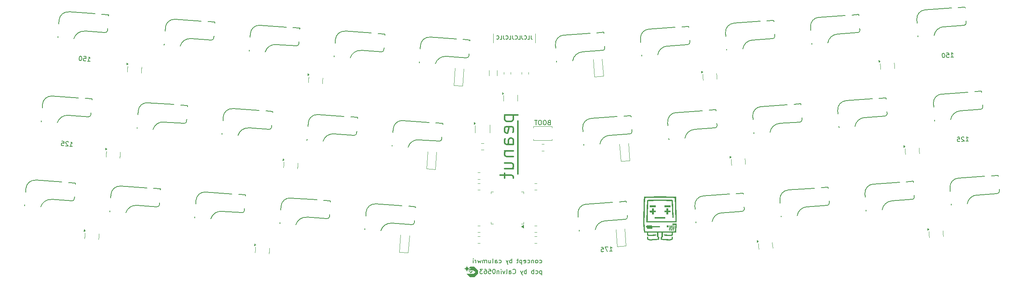
<source format=gbr>
%TF.GenerationSoftware,KiCad,Pcbnew,8.0.3*%
%TF.CreationDate,2024-09-04T22:21:18+02:00*%
%TF.ProjectId,peanut,7065616e-7574-42e6-9b69-6361645f7063,rev?*%
%TF.SameCoordinates,Original*%
%TF.FileFunction,Legend,Bot*%
%TF.FilePolarity,Positive*%
%FSLAX46Y46*%
G04 Gerber Fmt 4.6, Leading zero omitted, Abs format (unit mm)*
G04 Created by KiCad (PCBNEW 8.0.3) date 2024-09-04 22:21:18*
%MOMM*%
%LPD*%
G01*
G04 APERTURE LIST*
%ADD10C,0.300000*%
%ADD11C,0.200000*%
%ADD12C,0.150000*%
%ADD13C,0.120000*%
%ADD14C,0.000000*%
G04 APERTURE END LIST*
D10*
X156368750Y-65484375D02*
X156368750Y-77390625D01*
D11*
X56195997Y-71141371D02*
X56766033Y-71181232D01*
X56481015Y-71161302D02*
X56550771Y-70163738D01*
X56550771Y-70163738D02*
X56635812Y-70312890D01*
X56635812Y-70312890D02*
X56724175Y-70414540D01*
X56724175Y-70414540D02*
X56815859Y-70468686D01*
X55879085Y-70212239D02*
X55834904Y-70161415D01*
X55834904Y-70161415D02*
X55743219Y-70107268D01*
X55743219Y-70107268D02*
X55505704Y-70090659D01*
X55505704Y-70090659D02*
X55407376Y-70131519D01*
X55407376Y-70131519D02*
X55356552Y-70175700D01*
X55356552Y-70175700D02*
X55302405Y-70267385D01*
X55302405Y-70267385D02*
X55295762Y-70362391D01*
X55295762Y-70362391D02*
X55333299Y-70508222D01*
X55333299Y-70508222D02*
X55863475Y-71118119D01*
X55863475Y-71118119D02*
X55245936Y-71074937D01*
X54413134Y-70014259D02*
X54888164Y-70047477D01*
X54888164Y-70047477D02*
X54902450Y-70525829D01*
X54902450Y-70525829D02*
X54858269Y-70475004D01*
X54858269Y-70475004D02*
X54766585Y-70420858D01*
X54766585Y-70420858D02*
X54529069Y-70404249D01*
X54529069Y-70404249D02*
X54430741Y-70445109D01*
X54430741Y-70445109D02*
X54379917Y-70489290D01*
X54379917Y-70489290D02*
X54325770Y-70580974D01*
X54325770Y-70580974D02*
X54309161Y-70818490D01*
X54309161Y-70818490D02*
X54350021Y-70916817D01*
X54350021Y-70916817D02*
X54394202Y-70967642D01*
X54394202Y-70967642D02*
X54485887Y-71021789D01*
X54485887Y-71021789D02*
X54723402Y-71038397D01*
X54723402Y-71038397D02*
X54821730Y-70997538D01*
X54821730Y-70997538D02*
X54872555Y-70953357D01*
X163282142Y-65809659D02*
X163139285Y-65857278D01*
X163139285Y-65857278D02*
X163091666Y-65904897D01*
X163091666Y-65904897D02*
X163044047Y-66000135D01*
X163044047Y-66000135D02*
X163044047Y-66142992D01*
X163044047Y-66142992D02*
X163091666Y-66238230D01*
X163091666Y-66238230D02*
X163139285Y-66285850D01*
X163139285Y-66285850D02*
X163234523Y-66333469D01*
X163234523Y-66333469D02*
X163615475Y-66333469D01*
X163615475Y-66333469D02*
X163615475Y-65333469D01*
X163615475Y-65333469D02*
X163282142Y-65333469D01*
X163282142Y-65333469D02*
X163186904Y-65381088D01*
X163186904Y-65381088D02*
X163139285Y-65428707D01*
X163139285Y-65428707D02*
X163091666Y-65523945D01*
X163091666Y-65523945D02*
X163091666Y-65619183D01*
X163091666Y-65619183D02*
X163139285Y-65714421D01*
X163139285Y-65714421D02*
X163186904Y-65762040D01*
X163186904Y-65762040D02*
X163282142Y-65809659D01*
X163282142Y-65809659D02*
X163615475Y-65809659D01*
X162424999Y-65333469D02*
X162234523Y-65333469D01*
X162234523Y-65333469D02*
X162139285Y-65381088D01*
X162139285Y-65381088D02*
X162044047Y-65476326D01*
X162044047Y-65476326D02*
X161996428Y-65666802D01*
X161996428Y-65666802D02*
X161996428Y-66000135D01*
X161996428Y-66000135D02*
X162044047Y-66190611D01*
X162044047Y-66190611D02*
X162139285Y-66285850D01*
X162139285Y-66285850D02*
X162234523Y-66333469D01*
X162234523Y-66333469D02*
X162424999Y-66333469D01*
X162424999Y-66333469D02*
X162520237Y-66285850D01*
X162520237Y-66285850D02*
X162615475Y-66190611D01*
X162615475Y-66190611D02*
X162663094Y-66000135D01*
X162663094Y-66000135D02*
X162663094Y-65666802D01*
X162663094Y-65666802D02*
X162615475Y-65476326D01*
X162615475Y-65476326D02*
X162520237Y-65381088D01*
X162520237Y-65381088D02*
X162424999Y-65333469D01*
X161377380Y-65333469D02*
X161186904Y-65333469D01*
X161186904Y-65333469D02*
X161091666Y-65381088D01*
X161091666Y-65381088D02*
X160996428Y-65476326D01*
X160996428Y-65476326D02*
X160948809Y-65666802D01*
X160948809Y-65666802D02*
X160948809Y-66000135D01*
X160948809Y-66000135D02*
X160996428Y-66190611D01*
X160996428Y-66190611D02*
X161091666Y-66285850D01*
X161091666Y-66285850D02*
X161186904Y-66333469D01*
X161186904Y-66333469D02*
X161377380Y-66333469D01*
X161377380Y-66333469D02*
X161472618Y-66285850D01*
X161472618Y-66285850D02*
X161567856Y-66190611D01*
X161567856Y-66190611D02*
X161615475Y-66000135D01*
X161615475Y-66000135D02*
X161615475Y-65666802D01*
X161615475Y-65666802D02*
X161567856Y-65476326D01*
X161567856Y-65476326D02*
X161472618Y-65381088D01*
X161472618Y-65381088D02*
X161377380Y-65333469D01*
X160663094Y-65333469D02*
X160091666Y-65333469D01*
X160377380Y-66333469D02*
X160377380Y-65333469D01*
X60164747Y-52091371D02*
X60734783Y-52131232D01*
X60449765Y-52111302D02*
X60519521Y-51113738D01*
X60519521Y-51113738D02*
X60604562Y-51262890D01*
X60604562Y-51262890D02*
X60692925Y-51364540D01*
X60692925Y-51364540D02*
X60784609Y-51418686D01*
X59331945Y-51030694D02*
X59806976Y-51063912D01*
X59806976Y-51063912D02*
X59821261Y-51542264D01*
X59821261Y-51542264D02*
X59777080Y-51491439D01*
X59777080Y-51491439D02*
X59685396Y-51437292D01*
X59685396Y-51437292D02*
X59447880Y-51420684D01*
X59447880Y-51420684D02*
X59349552Y-51461543D01*
X59349552Y-51461543D02*
X59298728Y-51505725D01*
X59298728Y-51505725D02*
X59244581Y-51597409D01*
X59244581Y-51597409D02*
X59227972Y-51834924D01*
X59227972Y-51834924D02*
X59268832Y-51933252D01*
X59268832Y-51933252D02*
X59313013Y-51984077D01*
X59313013Y-51984077D02*
X59404698Y-52038223D01*
X59404698Y-52038223D02*
X59642213Y-52054832D01*
X59642213Y-52054832D02*
X59740541Y-52013973D01*
X59740541Y-52013973D02*
X59791366Y-51969791D01*
X58666902Y-50984190D02*
X58571896Y-50977546D01*
X58571896Y-50977546D02*
X58473568Y-51018406D01*
X58473568Y-51018406D02*
X58422744Y-51062587D01*
X58422744Y-51062587D02*
X58368597Y-51154272D01*
X58368597Y-51154272D02*
X58307807Y-51340962D01*
X58307807Y-51340962D02*
X58291198Y-51578477D01*
X58291198Y-51578477D02*
X58325414Y-51771811D01*
X58325414Y-51771811D02*
X58366274Y-51870139D01*
X58366274Y-51870139D02*
X58410455Y-51920964D01*
X58410455Y-51920964D02*
X58502140Y-51975110D01*
X58502140Y-51975110D02*
X58597146Y-51981754D01*
X58597146Y-51981754D02*
X58695474Y-51940894D01*
X58695474Y-51940894D02*
X58746298Y-51896713D01*
X58746298Y-51896713D02*
X58800445Y-51805029D01*
X58800445Y-51805029D02*
X58861235Y-51618338D01*
X58861235Y-51618338D02*
X58877844Y-51380823D01*
X58877844Y-51380823D02*
X58843628Y-51187489D01*
X58843628Y-51187489D02*
X58802768Y-51089161D01*
X58802768Y-51089161D02*
X58758587Y-51038336D01*
X58758587Y-51038336D02*
X58666902Y-50984190D01*
X161662202Y-99004302D02*
X161662202Y-100004302D01*
X161662202Y-99051921D02*
X161566964Y-99004302D01*
X161566964Y-99004302D02*
X161376488Y-99004302D01*
X161376488Y-99004302D02*
X161281250Y-99051921D01*
X161281250Y-99051921D02*
X161233631Y-99099540D01*
X161233631Y-99099540D02*
X161186012Y-99194778D01*
X161186012Y-99194778D02*
X161186012Y-99480492D01*
X161186012Y-99480492D02*
X161233631Y-99575730D01*
X161233631Y-99575730D02*
X161281250Y-99623350D01*
X161281250Y-99623350D02*
X161376488Y-99670969D01*
X161376488Y-99670969D02*
X161566964Y-99670969D01*
X161566964Y-99670969D02*
X161662202Y-99623350D01*
X160328869Y-99623350D02*
X160424107Y-99670969D01*
X160424107Y-99670969D02*
X160614583Y-99670969D01*
X160614583Y-99670969D02*
X160709821Y-99623350D01*
X160709821Y-99623350D02*
X160757440Y-99575730D01*
X160757440Y-99575730D02*
X160805059Y-99480492D01*
X160805059Y-99480492D02*
X160805059Y-99194778D01*
X160805059Y-99194778D02*
X160757440Y-99099540D01*
X160757440Y-99099540D02*
X160709821Y-99051921D01*
X160709821Y-99051921D02*
X160614583Y-99004302D01*
X160614583Y-99004302D02*
X160424107Y-99004302D01*
X160424107Y-99004302D02*
X160328869Y-99051921D01*
X159900297Y-99670969D02*
X159900297Y-98670969D01*
X159900297Y-99051921D02*
X159805059Y-99004302D01*
X159805059Y-99004302D02*
X159614583Y-99004302D01*
X159614583Y-99004302D02*
X159519345Y-99051921D01*
X159519345Y-99051921D02*
X159471726Y-99099540D01*
X159471726Y-99099540D02*
X159424107Y-99194778D01*
X159424107Y-99194778D02*
X159424107Y-99480492D01*
X159424107Y-99480492D02*
X159471726Y-99575730D01*
X159471726Y-99575730D02*
X159519345Y-99623350D01*
X159519345Y-99623350D02*
X159614583Y-99670969D01*
X159614583Y-99670969D02*
X159805059Y-99670969D01*
X159805059Y-99670969D02*
X159900297Y-99623350D01*
X158233630Y-99670969D02*
X158233630Y-98670969D01*
X158233630Y-99051921D02*
X158138392Y-99004302D01*
X158138392Y-99004302D02*
X157947916Y-99004302D01*
X157947916Y-99004302D02*
X157852678Y-99051921D01*
X157852678Y-99051921D02*
X157805059Y-99099540D01*
X157805059Y-99099540D02*
X157757440Y-99194778D01*
X157757440Y-99194778D02*
X157757440Y-99480492D01*
X157757440Y-99480492D02*
X157805059Y-99575730D01*
X157805059Y-99575730D02*
X157852678Y-99623350D01*
X157852678Y-99623350D02*
X157947916Y-99670969D01*
X157947916Y-99670969D02*
X158138392Y-99670969D01*
X158138392Y-99670969D02*
X158233630Y-99623350D01*
X157424106Y-99004302D02*
X157186011Y-99670969D01*
X156947916Y-99004302D02*
X157186011Y-99670969D01*
X157186011Y-99670969D02*
X157281249Y-99909064D01*
X157281249Y-99909064D02*
X157328868Y-99956683D01*
X157328868Y-99956683D02*
X157424106Y-100004302D01*
X155233630Y-99575730D02*
X155281249Y-99623350D01*
X155281249Y-99623350D02*
X155424106Y-99670969D01*
X155424106Y-99670969D02*
X155519344Y-99670969D01*
X155519344Y-99670969D02*
X155662201Y-99623350D01*
X155662201Y-99623350D02*
X155757439Y-99528111D01*
X155757439Y-99528111D02*
X155805058Y-99432873D01*
X155805058Y-99432873D02*
X155852677Y-99242397D01*
X155852677Y-99242397D02*
X155852677Y-99099540D01*
X155852677Y-99099540D02*
X155805058Y-98909064D01*
X155805058Y-98909064D02*
X155757439Y-98813826D01*
X155757439Y-98813826D02*
X155662201Y-98718588D01*
X155662201Y-98718588D02*
X155519344Y-98670969D01*
X155519344Y-98670969D02*
X155424106Y-98670969D01*
X155424106Y-98670969D02*
X155281249Y-98718588D01*
X155281249Y-98718588D02*
X155233630Y-98766207D01*
X154376487Y-99670969D02*
X154376487Y-99147159D01*
X154376487Y-99147159D02*
X154424106Y-99051921D01*
X154424106Y-99051921D02*
X154519344Y-99004302D01*
X154519344Y-99004302D02*
X154709820Y-99004302D01*
X154709820Y-99004302D02*
X154805058Y-99051921D01*
X154376487Y-99623350D02*
X154471725Y-99670969D01*
X154471725Y-99670969D02*
X154709820Y-99670969D01*
X154709820Y-99670969D02*
X154805058Y-99623350D01*
X154805058Y-99623350D02*
X154852677Y-99528111D01*
X154852677Y-99528111D02*
X154852677Y-99432873D01*
X154852677Y-99432873D02*
X154805058Y-99337635D01*
X154805058Y-99337635D02*
X154709820Y-99290016D01*
X154709820Y-99290016D02*
X154471725Y-99290016D01*
X154471725Y-99290016D02*
X154376487Y-99242397D01*
X153757439Y-99670969D02*
X153852677Y-99623350D01*
X153852677Y-99623350D02*
X153900296Y-99528111D01*
X153900296Y-99528111D02*
X153900296Y-98670969D01*
X153471724Y-99004302D02*
X153233629Y-99670969D01*
X153233629Y-99670969D02*
X152995534Y-99004302D01*
X152614581Y-99670969D02*
X152614581Y-99004302D01*
X152614581Y-98670969D02*
X152662200Y-98718588D01*
X152662200Y-98718588D02*
X152614581Y-98766207D01*
X152614581Y-98766207D02*
X152566962Y-98718588D01*
X152566962Y-98718588D02*
X152614581Y-98670969D01*
X152614581Y-98670969D02*
X152614581Y-98766207D01*
X152138391Y-99004302D02*
X152138391Y-99670969D01*
X152138391Y-99099540D02*
X152090772Y-99051921D01*
X152090772Y-99051921D02*
X151995534Y-99004302D01*
X151995534Y-99004302D02*
X151852677Y-99004302D01*
X151852677Y-99004302D02*
X151757439Y-99051921D01*
X151757439Y-99051921D02*
X151709820Y-99147159D01*
X151709820Y-99147159D02*
X151709820Y-99670969D01*
X151043153Y-98670969D02*
X150947915Y-98670969D01*
X150947915Y-98670969D02*
X150852677Y-98718588D01*
X150852677Y-98718588D02*
X150805058Y-98766207D01*
X150805058Y-98766207D02*
X150757439Y-98861445D01*
X150757439Y-98861445D02*
X150709820Y-99051921D01*
X150709820Y-99051921D02*
X150709820Y-99290016D01*
X150709820Y-99290016D02*
X150757439Y-99480492D01*
X150757439Y-99480492D02*
X150805058Y-99575730D01*
X150805058Y-99575730D02*
X150852677Y-99623350D01*
X150852677Y-99623350D02*
X150947915Y-99670969D01*
X150947915Y-99670969D02*
X151043153Y-99670969D01*
X151043153Y-99670969D02*
X151138391Y-99623350D01*
X151138391Y-99623350D02*
X151186010Y-99575730D01*
X151186010Y-99575730D02*
X151233629Y-99480492D01*
X151233629Y-99480492D02*
X151281248Y-99290016D01*
X151281248Y-99290016D02*
X151281248Y-99051921D01*
X151281248Y-99051921D02*
X151233629Y-98861445D01*
X151233629Y-98861445D02*
X151186010Y-98766207D01*
X151186010Y-98766207D02*
X151138391Y-98718588D01*
X151138391Y-98718588D02*
X151043153Y-98670969D01*
X149805058Y-98670969D02*
X150281248Y-98670969D01*
X150281248Y-98670969D02*
X150328867Y-99147159D01*
X150328867Y-99147159D02*
X150281248Y-99099540D01*
X150281248Y-99099540D02*
X150186010Y-99051921D01*
X150186010Y-99051921D02*
X149947915Y-99051921D01*
X149947915Y-99051921D02*
X149852677Y-99099540D01*
X149852677Y-99099540D02*
X149805058Y-99147159D01*
X149805058Y-99147159D02*
X149757439Y-99242397D01*
X149757439Y-99242397D02*
X149757439Y-99480492D01*
X149757439Y-99480492D02*
X149805058Y-99575730D01*
X149805058Y-99575730D02*
X149852677Y-99623350D01*
X149852677Y-99623350D02*
X149947915Y-99670969D01*
X149947915Y-99670969D02*
X150186010Y-99670969D01*
X150186010Y-99670969D02*
X150281248Y-99623350D01*
X150281248Y-99623350D02*
X150328867Y-99575730D01*
X148900296Y-98670969D02*
X149090772Y-98670969D01*
X149090772Y-98670969D02*
X149186010Y-98718588D01*
X149186010Y-98718588D02*
X149233629Y-98766207D01*
X149233629Y-98766207D02*
X149328867Y-98909064D01*
X149328867Y-98909064D02*
X149376486Y-99099540D01*
X149376486Y-99099540D02*
X149376486Y-99480492D01*
X149376486Y-99480492D02*
X149328867Y-99575730D01*
X149328867Y-99575730D02*
X149281248Y-99623350D01*
X149281248Y-99623350D02*
X149186010Y-99670969D01*
X149186010Y-99670969D02*
X148995534Y-99670969D01*
X148995534Y-99670969D02*
X148900296Y-99623350D01*
X148900296Y-99623350D02*
X148852677Y-99575730D01*
X148852677Y-99575730D02*
X148805058Y-99480492D01*
X148805058Y-99480492D02*
X148805058Y-99242397D01*
X148805058Y-99242397D02*
X148852677Y-99147159D01*
X148852677Y-99147159D02*
X148900296Y-99099540D01*
X148900296Y-99099540D02*
X148995534Y-99051921D01*
X148995534Y-99051921D02*
X149186010Y-99051921D01*
X149186010Y-99051921D02*
X149281248Y-99099540D01*
X149281248Y-99099540D02*
X149328867Y-99147159D01*
X149328867Y-99147159D02*
X149376486Y-99242397D01*
X148471724Y-98670969D02*
X147852677Y-98670969D01*
X147852677Y-98670969D02*
X148186010Y-99051921D01*
X148186010Y-99051921D02*
X148043153Y-99051921D01*
X148043153Y-99051921D02*
X147947915Y-99099540D01*
X147947915Y-99099540D02*
X147900296Y-99147159D01*
X147900296Y-99147159D02*
X147852677Y-99242397D01*
X147852677Y-99242397D02*
X147852677Y-99480492D01*
X147852677Y-99480492D02*
X147900296Y-99575730D01*
X147900296Y-99575730D02*
X147947915Y-99623350D01*
X147947915Y-99623350D02*
X148043153Y-99670969D01*
X148043153Y-99670969D02*
X148328867Y-99670969D01*
X148328867Y-99670969D02*
X148424105Y-99623350D01*
X148424105Y-99623350D02*
X148471724Y-99575730D01*
X256471493Y-69998884D02*
X257041530Y-69959023D01*
X256756511Y-69978953D02*
X256686755Y-68981389D01*
X256686755Y-68981389D02*
X256791726Y-69117255D01*
X256791726Y-69117255D02*
X256893376Y-69205618D01*
X256893376Y-69205618D02*
X256991704Y-69246477D01*
X256028356Y-69122900D02*
X255977531Y-69078718D01*
X255977531Y-69078718D02*
X255879203Y-69037859D01*
X255879203Y-69037859D02*
X255641688Y-69054467D01*
X255641688Y-69054467D02*
X255550003Y-69108614D01*
X255550003Y-69108614D02*
X255505822Y-69159439D01*
X255505822Y-69159439D02*
X255464962Y-69257767D01*
X255464962Y-69257767D02*
X255471606Y-69352773D01*
X255471606Y-69352773D02*
X255529074Y-69491960D01*
X255529074Y-69491960D02*
X256138972Y-70022136D01*
X256138972Y-70022136D02*
X255521432Y-70065318D01*
X254549117Y-69130867D02*
X255024148Y-69097650D01*
X255024148Y-69097650D02*
X255104868Y-69569359D01*
X255104868Y-69569359D02*
X255054044Y-69525177D01*
X255054044Y-69525177D02*
X254955716Y-69484318D01*
X254955716Y-69484318D02*
X254718201Y-69500927D01*
X254718201Y-69500927D02*
X254626516Y-69555073D01*
X254626516Y-69555073D02*
X254582335Y-69605898D01*
X254582335Y-69605898D02*
X254541475Y-69704226D01*
X254541475Y-69704226D02*
X254558084Y-69941741D01*
X254558084Y-69941741D02*
X254612230Y-70033425D01*
X254612230Y-70033425D02*
X254663055Y-70077607D01*
X254663055Y-70077607D02*
X254761383Y-70118466D01*
X254761383Y-70118466D02*
X254998898Y-70101858D01*
X254998898Y-70101858D02*
X255090583Y-70047711D01*
X255090583Y-70047711D02*
X255134764Y-69996886D01*
D12*
X159270238Y-46393545D02*
X159270238Y-46964973D01*
X159270238Y-46964973D02*
X159308333Y-47079259D01*
X159308333Y-47079259D02*
X159384524Y-47155450D01*
X159384524Y-47155450D02*
X159498809Y-47193545D01*
X159498809Y-47193545D02*
X159575000Y-47193545D01*
X158508333Y-47193545D02*
X158889285Y-47193545D01*
X158889285Y-47193545D02*
X158889285Y-46393545D01*
X157784523Y-47117354D02*
X157822619Y-47155450D01*
X157822619Y-47155450D02*
X157936904Y-47193545D01*
X157936904Y-47193545D02*
X158013095Y-47193545D01*
X158013095Y-47193545D02*
X158127381Y-47155450D01*
X158127381Y-47155450D02*
X158203571Y-47079259D01*
X158203571Y-47079259D02*
X158241666Y-47003069D01*
X158241666Y-47003069D02*
X158279762Y-46850688D01*
X158279762Y-46850688D02*
X158279762Y-46736402D01*
X158279762Y-46736402D02*
X158241666Y-46584021D01*
X158241666Y-46584021D02*
X158203571Y-46507830D01*
X158203571Y-46507830D02*
X158127381Y-46431640D01*
X158127381Y-46431640D02*
X158013095Y-46393545D01*
X158013095Y-46393545D02*
X157936904Y-46393545D01*
X157936904Y-46393545D02*
X157822619Y-46431640D01*
X157822619Y-46431640D02*
X157784523Y-46469735D01*
X157213095Y-46393545D02*
X157213095Y-46964973D01*
X157213095Y-46964973D02*
X157251190Y-47079259D01*
X157251190Y-47079259D02*
X157327381Y-47155450D01*
X157327381Y-47155450D02*
X157441666Y-47193545D01*
X157441666Y-47193545D02*
X157517857Y-47193545D01*
X156451190Y-47193545D02*
X156832142Y-47193545D01*
X156832142Y-47193545D02*
X156832142Y-46393545D01*
X155727380Y-47117354D02*
X155765476Y-47155450D01*
X155765476Y-47155450D02*
X155879761Y-47193545D01*
X155879761Y-47193545D02*
X155955952Y-47193545D01*
X155955952Y-47193545D02*
X156070238Y-47155450D01*
X156070238Y-47155450D02*
X156146428Y-47079259D01*
X156146428Y-47079259D02*
X156184523Y-47003069D01*
X156184523Y-47003069D02*
X156222619Y-46850688D01*
X156222619Y-46850688D02*
X156222619Y-46736402D01*
X156222619Y-46736402D02*
X156184523Y-46584021D01*
X156184523Y-46584021D02*
X156146428Y-46507830D01*
X156146428Y-46507830D02*
X156070238Y-46431640D01*
X156070238Y-46431640D02*
X155955952Y-46393545D01*
X155955952Y-46393545D02*
X155879761Y-46393545D01*
X155879761Y-46393545D02*
X155765476Y-46431640D01*
X155765476Y-46431640D02*
X155727380Y-46469735D01*
X155155952Y-46393545D02*
X155155952Y-46964973D01*
X155155952Y-46964973D02*
X155194047Y-47079259D01*
X155194047Y-47079259D02*
X155270238Y-47155450D01*
X155270238Y-47155450D02*
X155384523Y-47193545D01*
X155384523Y-47193545D02*
X155460714Y-47193545D01*
X154394047Y-47193545D02*
X154774999Y-47193545D01*
X154774999Y-47193545D02*
X154774999Y-46393545D01*
X153670237Y-47117354D02*
X153708333Y-47155450D01*
X153708333Y-47155450D02*
X153822618Y-47193545D01*
X153822618Y-47193545D02*
X153898809Y-47193545D01*
X153898809Y-47193545D02*
X154013095Y-47155450D01*
X154013095Y-47155450D02*
X154089285Y-47079259D01*
X154089285Y-47079259D02*
X154127380Y-47003069D01*
X154127380Y-47003069D02*
X154165476Y-46850688D01*
X154165476Y-46850688D02*
X154165476Y-46736402D01*
X154165476Y-46736402D02*
X154127380Y-46584021D01*
X154127380Y-46584021D02*
X154089285Y-46507830D01*
X154089285Y-46507830D02*
X154013095Y-46431640D01*
X154013095Y-46431640D02*
X153898809Y-46393545D01*
X153898809Y-46393545D02*
X153822618Y-46393545D01*
X153822618Y-46393545D02*
X153708333Y-46431640D01*
X153708333Y-46431640D02*
X153670237Y-46469735D01*
X153098809Y-46393545D02*
X153098809Y-46964973D01*
X153098809Y-46964973D02*
X153136904Y-47079259D01*
X153136904Y-47079259D02*
X153213095Y-47155450D01*
X153213095Y-47155450D02*
X153327380Y-47193545D01*
X153327380Y-47193545D02*
X153403571Y-47193545D01*
X152336904Y-47193545D02*
X152717856Y-47193545D01*
X152717856Y-47193545D02*
X152717856Y-46393545D01*
X151613094Y-47117354D02*
X151651190Y-47155450D01*
X151651190Y-47155450D02*
X151765475Y-47193545D01*
X151765475Y-47193545D02*
X151841666Y-47193545D01*
X151841666Y-47193545D02*
X151955952Y-47155450D01*
X151955952Y-47155450D02*
X152032142Y-47079259D01*
X152032142Y-47079259D02*
X152070237Y-47003069D01*
X152070237Y-47003069D02*
X152108333Y-46850688D01*
X152108333Y-46850688D02*
X152108333Y-46736402D01*
X152108333Y-46736402D02*
X152070237Y-46584021D01*
X152070237Y-46584021D02*
X152032142Y-46507830D01*
X152032142Y-46507830D02*
X151955952Y-46431640D01*
X151955952Y-46431640D02*
X151841666Y-46393545D01*
X151841666Y-46393545D02*
X151765475Y-46393545D01*
X151765475Y-46393545D02*
X151651190Y-46431640D01*
X151651190Y-46431640D02*
X151613094Y-46469735D01*
D11*
X176875770Y-94644303D02*
X177445807Y-94604442D01*
X177160788Y-94624372D02*
X177091032Y-93626808D01*
X177091032Y-93626808D02*
X177196003Y-93762674D01*
X177196003Y-93762674D02*
X177297653Y-93851037D01*
X177297653Y-93851037D02*
X177395981Y-93891896D01*
X176473492Y-93669991D02*
X175808449Y-93716495D01*
X175808449Y-93716495D02*
X176305733Y-94684164D01*
X174953394Y-93776286D02*
X175428425Y-93743069D01*
X175428425Y-93743069D02*
X175509145Y-94214778D01*
X175509145Y-94214778D02*
X175458321Y-94170596D01*
X175458321Y-94170596D02*
X175359993Y-94129737D01*
X175359993Y-94129737D02*
X175122478Y-94146346D01*
X175122478Y-94146346D02*
X175030793Y-94200492D01*
X175030793Y-94200492D02*
X174986612Y-94251317D01*
X174986612Y-94251317D02*
X174945752Y-94349645D01*
X174945752Y-94349645D02*
X174962361Y-94587160D01*
X174962361Y-94587160D02*
X175016507Y-94678844D01*
X175016507Y-94678844D02*
X175067332Y-94723026D01*
X175067332Y-94723026D02*
X175165660Y-94763885D01*
X175165660Y-94763885D02*
X175403175Y-94747277D01*
X175403175Y-94747277D02*
X175494860Y-94693130D01*
X175494860Y-94693130D02*
X175539041Y-94642305D01*
X253109087Y-51204613D02*
X253679124Y-51164752D01*
X253394105Y-51184682D02*
X253324349Y-50187118D01*
X253324349Y-50187118D02*
X253429320Y-50322984D01*
X253429320Y-50322984D02*
X253530970Y-50411347D01*
X253530970Y-50411347D02*
X253629298Y-50452206D01*
X252136773Y-50270162D02*
X252611803Y-50236944D01*
X252611803Y-50236944D02*
X252692523Y-50708653D01*
X252692523Y-50708653D02*
X252641699Y-50664472D01*
X252641699Y-50664472D02*
X252543371Y-50623612D01*
X252543371Y-50623612D02*
X252305856Y-50640221D01*
X252305856Y-50640221D02*
X252214171Y-50694367D01*
X252214171Y-50694367D02*
X252169990Y-50745192D01*
X252169990Y-50745192D02*
X252129130Y-50843520D01*
X252129130Y-50843520D02*
X252145739Y-51081035D01*
X252145739Y-51081035D02*
X252199886Y-51172720D01*
X252199886Y-51172720D02*
X252250710Y-51216901D01*
X252250710Y-51216901D02*
X252349038Y-51257760D01*
X252349038Y-51257760D02*
X252586553Y-51241152D01*
X252586553Y-51241152D02*
X252678238Y-51187005D01*
X252678238Y-51187005D02*
X252722419Y-51136180D01*
X251471730Y-50316666D02*
X251376724Y-50323309D01*
X251376724Y-50323309D02*
X251285039Y-50377456D01*
X251285039Y-50377456D02*
X251240858Y-50428281D01*
X251240858Y-50428281D02*
X251199998Y-50526609D01*
X251199998Y-50526609D02*
X251165782Y-50719943D01*
X251165782Y-50719943D02*
X251182391Y-50957458D01*
X251182391Y-50957458D02*
X251243181Y-51144148D01*
X251243181Y-51144148D02*
X251297328Y-51235833D01*
X251297328Y-51235833D02*
X251348152Y-51280014D01*
X251348152Y-51280014D02*
X251446480Y-51320873D01*
X251446480Y-51320873D02*
X251541486Y-51314230D01*
X251541486Y-51314230D02*
X251633171Y-51260083D01*
X251633171Y-51260083D02*
X251677352Y-51209259D01*
X251677352Y-51209259D02*
X251718211Y-51110931D01*
X251718211Y-51110931D02*
X251752428Y-50917597D01*
X251752428Y-50917597D02*
X251735819Y-50680082D01*
X251735819Y-50680082D02*
X251675029Y-50493391D01*
X251675029Y-50493391D02*
X251620882Y-50401707D01*
X251620882Y-50401707D02*
X251570058Y-50357526D01*
X251570058Y-50357526D02*
X251471730Y-50316666D01*
X161177977Y-97242100D02*
X161273215Y-97289719D01*
X161273215Y-97289719D02*
X161463691Y-97289719D01*
X161463691Y-97289719D02*
X161558929Y-97242100D01*
X161558929Y-97242100D02*
X161606548Y-97194480D01*
X161606548Y-97194480D02*
X161654167Y-97099242D01*
X161654167Y-97099242D02*
X161654167Y-96813528D01*
X161654167Y-96813528D02*
X161606548Y-96718290D01*
X161606548Y-96718290D02*
X161558929Y-96670671D01*
X161558929Y-96670671D02*
X161463691Y-96623052D01*
X161463691Y-96623052D02*
X161273215Y-96623052D01*
X161273215Y-96623052D02*
X161177977Y-96670671D01*
X160606548Y-97289719D02*
X160701786Y-97242100D01*
X160701786Y-97242100D02*
X160749405Y-97194480D01*
X160749405Y-97194480D02*
X160797024Y-97099242D01*
X160797024Y-97099242D02*
X160797024Y-96813528D01*
X160797024Y-96813528D02*
X160749405Y-96718290D01*
X160749405Y-96718290D02*
X160701786Y-96670671D01*
X160701786Y-96670671D02*
X160606548Y-96623052D01*
X160606548Y-96623052D02*
X160463691Y-96623052D01*
X160463691Y-96623052D02*
X160368453Y-96670671D01*
X160368453Y-96670671D02*
X160320834Y-96718290D01*
X160320834Y-96718290D02*
X160273215Y-96813528D01*
X160273215Y-96813528D02*
X160273215Y-97099242D01*
X160273215Y-97099242D02*
X160320834Y-97194480D01*
X160320834Y-97194480D02*
X160368453Y-97242100D01*
X160368453Y-97242100D02*
X160463691Y-97289719D01*
X160463691Y-97289719D02*
X160606548Y-97289719D01*
X159844643Y-96623052D02*
X159844643Y-97289719D01*
X159844643Y-96718290D02*
X159797024Y-96670671D01*
X159797024Y-96670671D02*
X159701786Y-96623052D01*
X159701786Y-96623052D02*
X159558929Y-96623052D01*
X159558929Y-96623052D02*
X159463691Y-96670671D01*
X159463691Y-96670671D02*
X159416072Y-96765909D01*
X159416072Y-96765909D02*
X159416072Y-97289719D01*
X158511310Y-97242100D02*
X158606548Y-97289719D01*
X158606548Y-97289719D02*
X158797024Y-97289719D01*
X158797024Y-97289719D02*
X158892262Y-97242100D01*
X158892262Y-97242100D02*
X158939881Y-97194480D01*
X158939881Y-97194480D02*
X158987500Y-97099242D01*
X158987500Y-97099242D02*
X158987500Y-96813528D01*
X158987500Y-96813528D02*
X158939881Y-96718290D01*
X158939881Y-96718290D02*
X158892262Y-96670671D01*
X158892262Y-96670671D02*
X158797024Y-96623052D01*
X158797024Y-96623052D02*
X158606548Y-96623052D01*
X158606548Y-96623052D02*
X158511310Y-96670671D01*
X157701786Y-97242100D02*
X157797024Y-97289719D01*
X157797024Y-97289719D02*
X157987500Y-97289719D01*
X157987500Y-97289719D02*
X158082738Y-97242100D01*
X158082738Y-97242100D02*
X158130357Y-97146861D01*
X158130357Y-97146861D02*
X158130357Y-96765909D01*
X158130357Y-96765909D02*
X158082738Y-96670671D01*
X158082738Y-96670671D02*
X157987500Y-96623052D01*
X157987500Y-96623052D02*
X157797024Y-96623052D01*
X157797024Y-96623052D02*
X157701786Y-96670671D01*
X157701786Y-96670671D02*
X157654167Y-96765909D01*
X157654167Y-96765909D02*
X157654167Y-96861147D01*
X157654167Y-96861147D02*
X158130357Y-96956385D01*
X157225595Y-96623052D02*
X157225595Y-97623052D01*
X157225595Y-96670671D02*
X157130357Y-96623052D01*
X157130357Y-96623052D02*
X156939881Y-96623052D01*
X156939881Y-96623052D02*
X156844643Y-96670671D01*
X156844643Y-96670671D02*
X156797024Y-96718290D01*
X156797024Y-96718290D02*
X156749405Y-96813528D01*
X156749405Y-96813528D02*
X156749405Y-97099242D01*
X156749405Y-97099242D02*
X156797024Y-97194480D01*
X156797024Y-97194480D02*
X156844643Y-97242100D01*
X156844643Y-97242100D02*
X156939881Y-97289719D01*
X156939881Y-97289719D02*
X157130357Y-97289719D01*
X157130357Y-97289719D02*
X157225595Y-97242100D01*
X156463690Y-96623052D02*
X156082738Y-96623052D01*
X156320833Y-96289719D02*
X156320833Y-97146861D01*
X156320833Y-97146861D02*
X156273214Y-97242100D01*
X156273214Y-97242100D02*
X156177976Y-97289719D01*
X156177976Y-97289719D02*
X156082738Y-97289719D01*
X154987499Y-97289719D02*
X154987499Y-96289719D01*
X154987499Y-96670671D02*
X154892261Y-96623052D01*
X154892261Y-96623052D02*
X154701785Y-96623052D01*
X154701785Y-96623052D02*
X154606547Y-96670671D01*
X154606547Y-96670671D02*
X154558928Y-96718290D01*
X154558928Y-96718290D02*
X154511309Y-96813528D01*
X154511309Y-96813528D02*
X154511309Y-97099242D01*
X154511309Y-97099242D02*
X154558928Y-97194480D01*
X154558928Y-97194480D02*
X154606547Y-97242100D01*
X154606547Y-97242100D02*
X154701785Y-97289719D01*
X154701785Y-97289719D02*
X154892261Y-97289719D01*
X154892261Y-97289719D02*
X154987499Y-97242100D01*
X154177975Y-96623052D02*
X153939880Y-97289719D01*
X153701785Y-96623052D02*
X153939880Y-97289719D01*
X153939880Y-97289719D02*
X154035118Y-97527814D01*
X154035118Y-97527814D02*
X154082737Y-97575433D01*
X154082737Y-97575433D02*
X154177975Y-97623052D01*
X152130356Y-97242100D02*
X152225594Y-97289719D01*
X152225594Y-97289719D02*
X152416070Y-97289719D01*
X152416070Y-97289719D02*
X152511308Y-97242100D01*
X152511308Y-97242100D02*
X152558927Y-97194480D01*
X152558927Y-97194480D02*
X152606546Y-97099242D01*
X152606546Y-97099242D02*
X152606546Y-96813528D01*
X152606546Y-96813528D02*
X152558927Y-96718290D01*
X152558927Y-96718290D02*
X152511308Y-96670671D01*
X152511308Y-96670671D02*
X152416070Y-96623052D01*
X152416070Y-96623052D02*
X152225594Y-96623052D01*
X152225594Y-96623052D02*
X152130356Y-96670671D01*
X151273213Y-97289719D02*
X151273213Y-96765909D01*
X151273213Y-96765909D02*
X151320832Y-96670671D01*
X151320832Y-96670671D02*
X151416070Y-96623052D01*
X151416070Y-96623052D02*
X151606546Y-96623052D01*
X151606546Y-96623052D02*
X151701784Y-96670671D01*
X151273213Y-97242100D02*
X151368451Y-97289719D01*
X151368451Y-97289719D02*
X151606546Y-97289719D01*
X151606546Y-97289719D02*
X151701784Y-97242100D01*
X151701784Y-97242100D02*
X151749403Y-97146861D01*
X151749403Y-97146861D02*
X151749403Y-97051623D01*
X151749403Y-97051623D02*
X151701784Y-96956385D01*
X151701784Y-96956385D02*
X151606546Y-96908766D01*
X151606546Y-96908766D02*
X151368451Y-96908766D01*
X151368451Y-96908766D02*
X151273213Y-96861147D01*
X150654165Y-97289719D02*
X150749403Y-97242100D01*
X150749403Y-97242100D02*
X150797022Y-97146861D01*
X150797022Y-97146861D02*
X150797022Y-96289719D01*
X149844641Y-96623052D02*
X149844641Y-97289719D01*
X150273212Y-96623052D02*
X150273212Y-97146861D01*
X150273212Y-97146861D02*
X150225593Y-97242100D01*
X150225593Y-97242100D02*
X150130355Y-97289719D01*
X150130355Y-97289719D02*
X149987498Y-97289719D01*
X149987498Y-97289719D02*
X149892260Y-97242100D01*
X149892260Y-97242100D02*
X149844641Y-97194480D01*
X149368450Y-97289719D02*
X149368450Y-96623052D01*
X149368450Y-96718290D02*
X149320831Y-96670671D01*
X149320831Y-96670671D02*
X149225593Y-96623052D01*
X149225593Y-96623052D02*
X149082736Y-96623052D01*
X149082736Y-96623052D02*
X148987498Y-96670671D01*
X148987498Y-96670671D02*
X148939879Y-96765909D01*
X148939879Y-96765909D02*
X148939879Y-97289719D01*
X148939879Y-96765909D02*
X148892260Y-96670671D01*
X148892260Y-96670671D02*
X148797022Y-96623052D01*
X148797022Y-96623052D02*
X148654165Y-96623052D01*
X148654165Y-96623052D02*
X148558926Y-96670671D01*
X148558926Y-96670671D02*
X148511307Y-96765909D01*
X148511307Y-96765909D02*
X148511307Y-97289719D01*
X148130355Y-96623052D02*
X147939879Y-97289719D01*
X147939879Y-97289719D02*
X147749403Y-96813528D01*
X147749403Y-96813528D02*
X147558927Y-97289719D01*
X147558927Y-97289719D02*
X147368451Y-96623052D01*
X146987498Y-97289719D02*
X146987498Y-96623052D01*
X146987498Y-96813528D02*
X146939879Y-96718290D01*
X146939879Y-96718290D02*
X146892260Y-96670671D01*
X146892260Y-96670671D02*
X146797022Y-96623052D01*
X146797022Y-96623052D02*
X146701784Y-96623052D01*
X146368450Y-97289719D02*
X146368450Y-96623052D01*
X146368450Y-96289719D02*
X146416069Y-96337338D01*
X146416069Y-96337338D02*
X146368450Y-96384957D01*
X146368450Y-96384957D02*
X146320831Y-96337338D01*
X146320831Y-96337338D02*
X146368450Y-96289719D01*
X146368450Y-96289719D02*
X146368450Y-96384957D01*
D10*
X153359757Y-64183481D02*
X156359757Y-64183481D01*
X153502614Y-64183481D02*
X153359757Y-64469196D01*
X153359757Y-64469196D02*
X153359757Y-65040624D01*
X153359757Y-65040624D02*
X153502614Y-65326338D01*
X153502614Y-65326338D02*
X153645471Y-65469196D01*
X153645471Y-65469196D02*
X153931185Y-65612053D01*
X153931185Y-65612053D02*
X154788328Y-65612053D01*
X154788328Y-65612053D02*
X155074042Y-65469196D01*
X155074042Y-65469196D02*
X155216900Y-65326338D01*
X155216900Y-65326338D02*
X155359757Y-65040624D01*
X155359757Y-65040624D02*
X155359757Y-64469196D01*
X155359757Y-64469196D02*
X155216900Y-64183481D01*
X155216900Y-68040624D02*
X155359757Y-67754910D01*
X155359757Y-67754910D02*
X155359757Y-67183482D01*
X155359757Y-67183482D02*
X155216900Y-66897767D01*
X155216900Y-66897767D02*
X154931185Y-66754910D01*
X154931185Y-66754910D02*
X153788328Y-66754910D01*
X153788328Y-66754910D02*
X153502614Y-66897767D01*
X153502614Y-66897767D02*
X153359757Y-67183482D01*
X153359757Y-67183482D02*
X153359757Y-67754910D01*
X153359757Y-67754910D02*
X153502614Y-68040624D01*
X153502614Y-68040624D02*
X153788328Y-68183482D01*
X153788328Y-68183482D02*
X154074042Y-68183482D01*
X154074042Y-68183482D02*
X154359757Y-66754910D01*
X155359757Y-70754911D02*
X153788328Y-70754911D01*
X153788328Y-70754911D02*
X153502614Y-70612053D01*
X153502614Y-70612053D02*
X153359757Y-70326339D01*
X153359757Y-70326339D02*
X153359757Y-69754911D01*
X153359757Y-69754911D02*
X153502614Y-69469196D01*
X155216900Y-70754911D02*
X155359757Y-70469196D01*
X155359757Y-70469196D02*
X155359757Y-69754911D01*
X155359757Y-69754911D02*
X155216900Y-69469196D01*
X155216900Y-69469196D02*
X154931185Y-69326339D01*
X154931185Y-69326339D02*
X154645471Y-69326339D01*
X154645471Y-69326339D02*
X154359757Y-69469196D01*
X154359757Y-69469196D02*
X154216900Y-69754911D01*
X154216900Y-69754911D02*
X154216900Y-70469196D01*
X154216900Y-70469196D02*
X154074042Y-70754911D01*
X153359757Y-72183482D02*
X155359757Y-72183482D01*
X153645471Y-72183482D02*
X153502614Y-72326339D01*
X153502614Y-72326339D02*
X153359757Y-72612054D01*
X153359757Y-72612054D02*
X153359757Y-73040625D01*
X153359757Y-73040625D02*
X153502614Y-73326339D01*
X153502614Y-73326339D02*
X153788328Y-73469197D01*
X153788328Y-73469197D02*
X155359757Y-73469197D01*
X153359757Y-76183483D02*
X155359757Y-76183483D01*
X153359757Y-74897768D02*
X154931185Y-74897768D01*
X154931185Y-74897768D02*
X155216900Y-75040625D01*
X155216900Y-75040625D02*
X155359757Y-75326340D01*
X155359757Y-75326340D02*
X155359757Y-75754911D01*
X155359757Y-75754911D02*
X155216900Y-76040625D01*
X155216900Y-76040625D02*
X155074042Y-76183483D01*
X153359757Y-77183483D02*
X153359757Y-78326340D01*
X152359757Y-77612054D02*
X154931185Y-77612054D01*
X154931185Y-77612054D02*
X155216900Y-77754911D01*
X155216900Y-77754911D02*
X155359757Y-78040626D01*
X155359757Y-78040626D02*
X155359757Y-78326340D01*
D12*
%TO.C,MX19*%
X227837754Y-63080934D02*
X227893559Y-63878986D01*
X228109106Y-66961458D02*
X228092365Y-66722043D01*
X233851594Y-64715412D02*
X238405300Y-64396986D01*
X235578997Y-60534729D02*
X229693369Y-60946293D01*
X238621567Y-60321972D02*
X237075343Y-60430095D01*
X238637611Y-60551412D02*
X238621567Y-60321972D01*
X238869201Y-63863325D02*
X238836417Y-63394470D01*
X227837754Y-63080934D02*
G75*
G02*
X229693369Y-60946293I1995133J139509D01*
G01*
X231691213Y-66710973D02*
G75*
G02*
X233851594Y-64715412I2323395J-348104D01*
G01*
X238869201Y-63863325D02*
G75*
G02*
X238405300Y-64396985I-498800J-34863D01*
G01*
%TO.C,MX14*%
X109224324Y-69799477D02*
X109241068Y-69560062D01*
X109495677Y-65918953D02*
X109439872Y-66717003D01*
X115223516Y-68374488D02*
X119777221Y-68692914D01*
X117515946Y-64474900D02*
X111630318Y-64063338D01*
X120310881Y-68229010D02*
X120343666Y-67760155D01*
X120542472Y-64917097D02*
X120558516Y-64687658D01*
X120558516Y-64687658D02*
X119012292Y-64579535D01*
X109495677Y-65918953D02*
G75*
G02*
X111630318Y-64063337I1995133J-139518D01*
G01*
X112806431Y-70049962D02*
G75*
G02*
X115223516Y-68374489I2252336J-668070D01*
G01*
X120310881Y-68229010D02*
G75*
G02*
X119777221Y-68692915I-498788J34884D01*
G01*
D13*
%TO.C,D6*%
X173182625Y-51730158D02*
X173451885Y-55580755D01*
X173451885Y-55580755D02*
X175447013Y-55441241D01*
X175177752Y-51590645D02*
X175447013Y-55441241D01*
D12*
%TO.C,MX29*%
X233917618Y-81752316D02*
X233973423Y-82550368D01*
X234188970Y-85632840D02*
X234172229Y-85393425D01*
X239931458Y-83386794D02*
X244485164Y-83068368D01*
X241658861Y-79206111D02*
X235773233Y-79617675D01*
X244701431Y-78993354D02*
X243155207Y-79101477D01*
X244717475Y-79222794D02*
X244701431Y-78993354D01*
X244949065Y-82534707D02*
X244916281Y-82065852D01*
X233917618Y-81752316D02*
G75*
G02*
X235773233Y-79617675I1995133J139509D01*
G01*
X237771077Y-85382355D02*
G75*
G02*
X239931458Y-83386794I2323395J-348104D01*
G01*
X244949065Y-82534707D02*
G75*
G02*
X244485164Y-83068367I-498800J-34863D01*
G01*
D13*
%TO.C,D4*%
X103967208Y-75945847D02*
X104012550Y-75297430D01*
X104057892Y-74649013D02*
X104012550Y-75297430D01*
X107079608Y-76163487D02*
X107124950Y-75515070D01*
X107170292Y-74866653D02*
X107124950Y-75515070D01*
X104143520Y-74141250D02*
X103797580Y-74357645D01*
X103831066Y-73878815D01*
X104143520Y-74141250D01*
G36*
X104143520Y-74141250D02*
G01*
X103797580Y-74357645D01*
X103831066Y-73878815D01*
X104143520Y-74141250D01*
G37*
%TO.C,C5*%
X147376248Y-88958750D02*
X147898752Y-88958750D01*
X147376248Y-90428750D02*
X147898752Y-90428750D01*
D12*
%TO.C,MX11*%
X49838089Y-65646787D02*
X49854831Y-65407372D01*
X50109442Y-61766263D02*
X50053637Y-62564314D01*
X55837281Y-64221798D02*
X60390985Y-64540224D01*
X58129711Y-60322211D02*
X52244083Y-59910648D01*
X60924646Y-64076321D02*
X60957431Y-63607465D01*
X61156237Y-60764408D02*
X61172281Y-60534968D01*
X61172281Y-60534968D02*
X59626057Y-60426846D01*
X50109442Y-61766263D02*
G75*
G02*
X52244083Y-59910647I1995133J-139518D01*
G01*
X53420196Y-65897272D02*
G75*
G02*
X55837281Y-64221799I2252336J-668070D01*
G01*
X60924646Y-64076321D02*
G75*
G02*
X60390985Y-64540224I-498783J34880D01*
G01*
D13*
%TO.C,C1*%
X147376248Y-79433750D02*
X147898752Y-79433750D01*
X147376248Y-80903750D02*
X147898752Y-80903750D01*
D12*
%TO.C,MX5*%
X134307678Y-52456958D02*
X134324422Y-52217543D01*
X134579031Y-48576434D02*
X134523226Y-49374484D01*
X140306870Y-51031969D02*
X144860575Y-51350395D01*
X142599300Y-47132381D02*
X136713672Y-46720819D01*
X145394235Y-50886491D02*
X145427020Y-50417636D01*
X145625826Y-47574578D02*
X145641870Y-47345139D01*
X145641870Y-47345139D02*
X144095646Y-47237016D01*
X134579031Y-48576434D02*
G75*
G02*
X136713672Y-46720818I1995133J-139518D01*
G01*
X137889785Y-52707443D02*
G75*
G02*
X140306870Y-51031970I2252336J-668070D01*
G01*
X145394235Y-50886491D02*
G75*
G02*
X144860575Y-51350396I-498788J34884D01*
G01*
%TO.C,MX1*%
X53542399Y-46809299D02*
X53559141Y-46569884D01*
X53813752Y-42928775D02*
X53757947Y-43726826D01*
X59541591Y-45384310D02*
X64095295Y-45702736D01*
X61834021Y-41484723D02*
X55948393Y-41073160D01*
X64628956Y-45238833D02*
X64661741Y-44769977D01*
X64860547Y-41926920D02*
X64876591Y-41697480D01*
X64876591Y-41697480D02*
X63330367Y-41589358D01*
X53813752Y-42928775D02*
G75*
G02*
X55948393Y-41073159I1995133J-139518D01*
G01*
X57124506Y-47059784D02*
G75*
G02*
X59541591Y-45384311I2252336J-668070D01*
G01*
X64628956Y-45238833D02*
G75*
G02*
X64095295Y-45702736I-498783J34880D01*
G01*
D13*
%TO.C,D16*%
X179068589Y-70655026D02*
X179337849Y-74505623D01*
X179337849Y-74505623D02*
X181332977Y-74366109D01*
X181063716Y-70515513D02*
X181332977Y-74366109D01*
%TO.C,D13*%
X242873458Y-71691653D02*
X242918800Y-72340070D01*
X242964142Y-72988487D02*
X242918800Y-72340070D01*
X245985858Y-71474013D02*
X246031200Y-72122430D01*
X246076542Y-72770847D02*
X246031200Y-72122430D01*
X242887586Y-71176914D02*
X242575132Y-71439349D01*
X242541649Y-70960518D01*
X242887586Y-71176914D01*
G36*
X242887586Y-71176914D02*
G01*
X242575132Y-71439349D01*
X242541649Y-70960518D01*
X242887586Y-71176914D01*
G37*
%TO.C,D9*%
X197629708Y-55022903D02*
X197675050Y-55671320D01*
X197720392Y-56319737D02*
X197675050Y-55671320D01*
X200742108Y-54805263D02*
X200787450Y-55453680D01*
X200832792Y-56102097D02*
X200787450Y-55453680D01*
X197643836Y-54508164D02*
X197331382Y-54770599D01*
X197297899Y-54291768D01*
X197643836Y-54508164D01*
G36*
X197643836Y-54508164D02*
G01*
X197331382Y-54770599D01*
X197297899Y-54291768D01*
X197643836Y-54508164D01*
G37*
%TO.C,D2*%
X109523458Y-56895847D02*
X109568800Y-56247430D01*
X109614142Y-55599013D02*
X109568800Y-56247430D01*
X112635858Y-57113487D02*
X112681200Y-56465070D01*
X112726542Y-55816653D02*
X112681200Y-56465070D01*
X109699770Y-55091250D02*
X109353830Y-55307645D01*
X109387316Y-54828815D01*
X109699770Y-55091250D01*
G36*
X109699770Y-55091250D02*
G01*
X109353830Y-55307645D01*
X109387316Y-54828815D01*
X109699770Y-55091250D01*
G37*
%TO.C,D5*%
X141999517Y-57512572D02*
X143994645Y-57652086D01*
X142268778Y-53661976D02*
X141999517Y-57512572D01*
X144263905Y-53801489D02*
X143994645Y-57652086D01*
D12*
%TO.C,MX23*%
X84140969Y-87141996D02*
X84157713Y-86902581D01*
X84412322Y-83261472D02*
X84356517Y-84059522D01*
X90140161Y-85717007D02*
X94693866Y-86035433D01*
X92432591Y-81817419D02*
X86546963Y-81405857D01*
X95227526Y-85571529D02*
X95260311Y-85102674D01*
X95459117Y-82259616D02*
X95475161Y-82030177D01*
X95475161Y-82030177D02*
X93928937Y-81922054D01*
X84412322Y-83261472D02*
G75*
G02*
X86546963Y-81405856I1995133J-139518D01*
G01*
X87723076Y-87392481D02*
G75*
G02*
X90140161Y-85717008I2252336J-668070D01*
G01*
X95227526Y-85571529D02*
G75*
G02*
X94693866Y-86035434I-498788J34884D01*
G01*
D13*
%TO.C,D7*%
X59517208Y-91820847D02*
X59562550Y-91172430D01*
X59607892Y-90524013D02*
X59562550Y-91172430D01*
X62629608Y-92038487D02*
X62674950Y-91390070D01*
X62720292Y-90741653D02*
X62674950Y-91390070D01*
X59693520Y-90016250D02*
X59347580Y-90232645D01*
X59381066Y-89753815D01*
X59693520Y-90016250D01*
G36*
X59693520Y-90016250D02*
G01*
X59347580Y-90232645D01*
X59381066Y-89753815D01*
X59693520Y-90016250D01*
G37*
D12*
%TO.C,MX17*%
X189830636Y-65738674D02*
X189886441Y-66536726D01*
X190101988Y-69619198D02*
X190085247Y-69379783D01*
X195844476Y-67373152D02*
X200398182Y-67054726D01*
X197571879Y-63192469D02*
X191686251Y-63604033D01*
X200614449Y-62979712D02*
X199068225Y-63087835D01*
X200630493Y-63209152D02*
X200614449Y-62979712D01*
X200862083Y-66521065D02*
X200829299Y-66052210D01*
X189830636Y-65738674D02*
G75*
G02*
X191686251Y-63604033I1995133J139509D01*
G01*
X193684095Y-69368713D02*
G75*
G02*
X195844476Y-67373152I2323395J-348104D01*
G01*
X200862083Y-66521065D02*
G75*
G02*
X200398182Y-67054725I-498800J-34863D01*
G01*
D13*
%TO.C,J1*%
X150875000Y-45937500D02*
X150875000Y-47937500D01*
X160275000Y-45937500D02*
X160275000Y-47937500D01*
%TO.C,C6*%
X147376248Y-77052500D02*
X147898752Y-77052500D01*
X147376248Y-78522500D02*
X147898752Y-78522500D01*
%TO.C,D8*%
X97617208Y-94995847D02*
X97662550Y-94347430D01*
X97707892Y-93699013D02*
X97662550Y-94347430D01*
X100729608Y-95213487D02*
X100774950Y-94565070D01*
X100820292Y-93916653D02*
X100774950Y-94565070D01*
X97793520Y-93191250D02*
X97447580Y-93407645D01*
X97481066Y-92928815D01*
X97793520Y-93191250D01*
G36*
X97793520Y-93191250D02*
G01*
X97447580Y-93407645D01*
X97481066Y-92928815D01*
X97793520Y-93191250D01*
G37*
%TO.C,D15*%
X135919758Y-76183951D02*
X137914886Y-76323465D01*
X136189019Y-72333355D02*
X135919758Y-76183951D01*
X138184146Y-72472868D02*
X137914886Y-76323465D01*
%TO.C,U3*%
X153121200Y-59705000D02*
X153121200Y-60975000D01*
X156241200Y-60975000D02*
X156241200Y-59675000D01*
X153171200Y-59325000D02*
X152841200Y-59565000D01*
X152841200Y-59085000D01*
X153171200Y-59325000D01*
G36*
X153171200Y-59325000D02*
G01*
X152841200Y-59565000D01*
X152841200Y-59085000D01*
X153171200Y-59325000D01*
G37*
D12*
%TO.C,MX27*%
X195910370Y-84410056D02*
X195966175Y-85208108D01*
X196181722Y-88290580D02*
X196164981Y-88051165D01*
X201924210Y-86044534D02*
X206477916Y-85726108D01*
X203651613Y-81863851D02*
X197765985Y-82275415D01*
X206694183Y-81651094D02*
X205147959Y-81759217D01*
X206710227Y-81880534D02*
X206694183Y-81651094D01*
X206941817Y-85192447D02*
X206909033Y-84723592D01*
X195910370Y-84410056D02*
G75*
G02*
X197765985Y-82275415I1995133J139509D01*
G01*
X199763829Y-88040095D02*
G75*
G02*
X201924210Y-86044534I2323395J-348104D01*
G01*
X206941817Y-85192447D02*
G75*
G02*
X206477916Y-85726107I-498800J-34863D01*
G01*
D13*
%TO.C,SW2*%
X159855000Y-66692500D02*
X163995000Y-66692500D01*
X159855000Y-66992500D02*
X159855000Y-66692500D01*
X159855000Y-69832500D02*
X159855000Y-69532500D01*
X163995000Y-66692500D02*
X163995000Y-66992500D01*
X163995000Y-69532500D02*
X163995000Y-69832500D01*
X163995000Y-69832500D02*
X159855000Y-69832500D01*
D14*
%TO.C,G\u002A\u002A\u002A*%
G36*
X187178009Y-84589303D02*
G01*
X187178009Y-84787353D01*
X186497210Y-84787353D01*
X185816411Y-84787353D01*
X185816411Y-84589303D01*
X185816411Y-84391252D01*
X186497210Y-84391252D01*
X187178009Y-84391252D01*
X187178009Y-84589303D01*
G37*
G36*
X189282298Y-87188718D02*
G01*
X189282298Y-87386769D01*
X188106372Y-87386769D01*
X186930446Y-87386769D01*
X186930446Y-87188718D01*
X186930446Y-86990667D01*
X188106372Y-86990667D01*
X189282298Y-86990667D01*
X189282298Y-87188718D01*
G37*
G36*
X190445845Y-84589303D02*
G01*
X190445845Y-84787353D01*
X189765046Y-84787353D01*
X189084247Y-84787353D01*
X189084247Y-84589303D01*
X189084247Y-84391252D01*
X189765046Y-84391252D01*
X190445845Y-84391252D01*
X190445845Y-84589303D01*
G37*
G36*
X190074228Y-88988812D02*
G01*
X190073807Y-89016578D01*
X190068330Y-89115138D01*
X190058611Y-89200170D01*
X190043266Y-89293006D01*
X189822697Y-89293006D01*
X189602128Y-89293006D01*
X189609318Y-89088767D01*
X189616508Y-88884527D01*
X189845504Y-88877409D01*
X190074500Y-88870291D01*
X190074228Y-88988812D01*
G37*
G36*
X189950719Y-85319615D02*
G01*
X189950719Y-85554800D01*
X190198282Y-85554800D01*
X190445845Y-85554800D01*
X190445845Y-85752850D01*
X190445845Y-85950901D01*
X190198282Y-85950901D01*
X189950719Y-85950901D01*
X189950719Y-86198464D01*
X189950719Y-86446028D01*
X189752668Y-86446028D01*
X189554617Y-86446028D01*
X189554617Y-86198464D01*
X189554617Y-85950901D01*
X189319432Y-85950901D01*
X189084247Y-85950901D01*
X189084247Y-85752850D01*
X189084247Y-85554800D01*
X189319432Y-85554800D01*
X189554617Y-85554800D01*
X189554617Y-85319615D01*
X189554617Y-85084429D01*
X189752668Y-85084429D01*
X189950719Y-85084429D01*
X189950719Y-85319615D01*
G37*
G36*
X190712426Y-88889241D02*
G01*
X190718216Y-88926356D01*
X190716718Y-88963208D01*
X190711402Y-89044470D01*
X190703037Y-89156819D01*
X190692461Y-89290330D01*
X190680509Y-89435078D01*
X190668019Y-89581138D01*
X190655828Y-89718584D01*
X190644771Y-89837493D01*
X190635685Y-89927938D01*
X190629407Y-89979995D01*
X190628371Y-89986517D01*
X190614851Y-90036016D01*
X190585338Y-90056449D01*
X190523145Y-90060453D01*
X190429394Y-90060453D01*
X190441103Y-89918104D01*
X190445401Y-89867130D01*
X190454213Y-89765189D01*
X190465695Y-89634082D01*
X190478842Y-89485252D01*
X190492653Y-89330141D01*
X190532493Y-88884527D01*
X190625329Y-88876843D01*
X190685764Y-88875270D01*
X190712426Y-88889241D01*
G37*
G36*
X186707639Y-85319615D02*
G01*
X186707639Y-85554800D01*
X186942824Y-85554800D01*
X187178009Y-85554800D01*
X187178009Y-85752850D01*
X187178009Y-85950901D01*
X186942824Y-85950901D01*
X186707639Y-85950901D01*
X186707639Y-86181960D01*
X186707169Y-86237114D01*
X186703945Y-86330917D01*
X186698336Y-86399022D01*
X186691135Y-86429524D01*
X186689917Y-86430455D01*
X186654224Y-86438336D01*
X186584311Y-86443912D01*
X186493980Y-86446028D01*
X186313330Y-86446028D01*
X186306245Y-86204654D01*
X186299159Y-85963279D01*
X186057785Y-85956194D01*
X185816411Y-85949108D01*
X185816411Y-85751954D01*
X185816411Y-85554800D01*
X186063974Y-85554800D01*
X186311537Y-85554800D01*
X186311537Y-85319615D01*
X186311537Y-85084429D01*
X186509588Y-85084429D01*
X186707639Y-85084429D01*
X186707639Y-85319615D01*
G37*
G36*
X190936170Y-88876926D02*
G01*
X190952052Y-88878629D01*
X191004768Y-88891505D01*
X191024430Y-88909283D01*
X191023418Y-88919733D01*
X191018851Y-88973492D01*
X191011328Y-89065452D01*
X191001440Y-89188283D01*
X190989778Y-89334657D01*
X190976936Y-89497246D01*
X190932631Y-90060453D01*
X190837776Y-90060453D01*
X190804322Y-90061263D01*
X190778910Y-90059796D01*
X190761095Y-90050162D01*
X190750286Y-90026472D01*
X190745893Y-89982836D01*
X190747325Y-89913366D01*
X190753992Y-89812173D01*
X190765302Y-89673366D01*
X190780666Y-89491057D01*
X190784339Y-89446937D01*
X190799462Y-89265290D01*
X190811732Y-89126210D01*
X190822560Y-89024129D01*
X190833355Y-88953481D01*
X190845527Y-88908701D01*
X190860485Y-88884221D01*
X190879639Y-88874477D01*
X190904397Y-88873900D01*
X190936170Y-88876926D01*
G37*
G36*
X186361050Y-88971174D02*
G01*
X186361050Y-89045443D01*
X187239900Y-89045443D01*
X188118750Y-89045443D01*
X188118750Y-89181282D01*
X188118750Y-89317121D01*
X187258467Y-89323631D01*
X186398185Y-89330141D01*
X186405772Y-89472490D01*
X186413359Y-89614839D01*
X185805431Y-89614839D01*
X185197502Y-89614839D01*
X185197502Y-89505460D01*
X185197342Y-89478358D01*
X185191338Y-89393035D01*
X185171180Y-89344523D01*
X185129440Y-89322779D01*
X185058694Y-89317763D01*
X185016907Y-89317359D01*
X184970590Y-89310503D01*
X184952710Y-89287177D01*
X184949601Y-89237305D01*
X184945284Y-89166902D01*
X184934335Y-89101145D01*
X184929135Y-89075596D01*
X184937430Y-89055287D01*
X184973436Y-89047015D01*
X185048044Y-89045443D01*
X185176680Y-89045443D01*
X185160368Y-88971174D01*
X185144056Y-88896905D01*
X185752553Y-88896905D01*
X186361050Y-88896905D01*
X186361050Y-88971174D01*
G37*
G36*
X191325127Y-89014498D02*
G01*
X191323387Y-89031878D01*
X191313975Y-89130007D01*
X191302686Y-89252702D01*
X191290318Y-89390728D01*
X191277666Y-89534850D01*
X191265528Y-89675836D01*
X191254701Y-89804451D01*
X191245981Y-89911460D01*
X191240164Y-89987629D01*
X191238048Y-90023725D01*
X191236444Y-90033637D01*
X191208168Y-90054198D01*
X191139023Y-90060453D01*
X191116838Y-90059980D01*
X191062058Y-90053513D01*
X191040253Y-90041886D01*
X191040827Y-90033095D01*
X191044956Y-89982151D01*
X191052540Y-89892780D01*
X191062952Y-89772241D01*
X191075570Y-89627797D01*
X191089766Y-89466707D01*
X191097011Y-89384637D01*
X191110476Y-89230907D01*
X191122033Y-89097423D01*
X191131057Y-88991452D01*
X191136928Y-88920263D01*
X191139023Y-88891123D01*
X191141762Y-88886723D01*
X191176799Y-88876311D01*
X191239277Y-88872149D01*
X191339532Y-88872149D01*
X191325127Y-89014498D01*
G37*
G36*
X190316398Y-88872233D02*
G01*
X190374775Y-88878206D01*
X190404879Y-88890716D01*
X190405772Y-88894941D01*
X190405712Y-88938069D01*
X190401628Y-89020586D01*
X190394007Y-89134962D01*
X190383335Y-89273665D01*
X190370097Y-89429166D01*
X190366203Y-89473104D01*
X190352660Y-89628546D01*
X190340887Y-89767682D01*
X190331562Y-89882263D01*
X190325360Y-89964036D01*
X190322956Y-90004751D01*
X190316055Y-90040269D01*
X190287317Y-90056682D01*
X190223038Y-90060453D01*
X190212409Y-90060340D01*
X190147184Y-90051408D01*
X190124306Y-90029507D01*
X190124742Y-90021110D01*
X190128677Y-89969582D01*
X190136170Y-89879534D01*
X190146574Y-89758532D01*
X190159241Y-89614140D01*
X190173526Y-89453923D01*
X190179955Y-89382225D01*
X190193577Y-89229376D01*
X190205309Y-89096455D01*
X190214509Y-88990807D01*
X190220535Y-88919779D01*
X190222746Y-88890716D01*
X190223369Y-88888534D01*
X190251424Y-88876894D01*
X190308225Y-88872149D01*
X190316398Y-88872233D01*
G37*
G36*
X188292437Y-82374456D02*
G01*
X188520079Y-82376732D01*
X188766104Y-82380356D01*
X189038141Y-82385316D01*
X189343822Y-82391596D01*
X189690777Y-82399183D01*
X189854164Y-82402863D01*
X190139166Y-82409491D01*
X190410408Y-82416062D01*
X190663423Y-82422453D01*
X190893744Y-82428541D01*
X191096902Y-82434203D01*
X191268430Y-82439317D01*
X191403859Y-82443760D01*
X191498722Y-82447411D01*
X191548551Y-82450145D01*
X191698138Y-82463098D01*
X191766174Y-85017769D01*
X191772357Y-85248939D01*
X191781922Y-85602632D01*
X191791305Y-85945032D01*
X191800394Y-86272318D01*
X191809080Y-86580670D01*
X191817251Y-86866268D01*
X191824798Y-87125292D01*
X191831609Y-87353921D01*
X191837574Y-87548335D01*
X191842582Y-87704713D01*
X191846522Y-87819237D01*
X191849285Y-87888084D01*
X191864360Y-88203728D01*
X188456663Y-88203728D01*
X185048964Y-88203728D01*
X185050491Y-88049001D01*
X185050657Y-88035645D01*
X185052377Y-87951300D01*
X185055624Y-87826908D01*
X185060254Y-87666538D01*
X185066124Y-87474261D01*
X185073090Y-87254145D01*
X185081008Y-87010262D01*
X185089737Y-86746679D01*
X185099131Y-86467467D01*
X185109047Y-86176696D01*
X185119343Y-85878436D01*
X185129874Y-85576755D01*
X185140497Y-85275724D01*
X185151069Y-84979412D01*
X185161447Y-84691890D01*
X185171486Y-84417226D01*
X185181043Y-84159490D01*
X185189976Y-83922753D01*
X185198140Y-83711083D01*
X185205392Y-83528551D01*
X185211589Y-83379226D01*
X185216587Y-83267178D01*
X185220243Y-83196476D01*
X185222413Y-83171190D01*
X185245525Y-83168742D01*
X185314106Y-83164930D01*
X185423761Y-83160043D01*
X185570137Y-83154240D01*
X185748883Y-83147681D01*
X185955646Y-83140524D01*
X186186072Y-83132930D01*
X186435808Y-83125057D01*
X186700503Y-83117066D01*
X186819534Y-83113561D01*
X187119074Y-83104943D01*
X187379774Y-83097946D01*
X187609460Y-83092569D01*
X187815959Y-83088813D01*
X188007095Y-83086678D01*
X188190693Y-83086165D01*
X188374581Y-83087273D01*
X188566582Y-83090002D01*
X188774523Y-83094354D01*
X189006229Y-83100328D01*
X189269525Y-83107924D01*
X189572238Y-83117142D01*
X189768623Y-83123241D01*
X190016402Y-83131054D01*
X190245622Y-83138412D01*
X190451865Y-83145168D01*
X190630711Y-83151173D01*
X190777743Y-83156277D01*
X190888541Y-83160332D01*
X190958687Y-83163188D01*
X190983761Y-83164698D01*
X190985546Y-83187515D01*
X190989189Y-83256078D01*
X190994484Y-83366525D01*
X191001261Y-83514982D01*
X191009351Y-83697573D01*
X191018584Y-83910424D01*
X191028790Y-84149661D01*
X191039799Y-84411407D01*
X191051443Y-84691790D01*
X191063551Y-84986933D01*
X191074104Y-85245546D01*
X191086003Y-85536614D01*
X191097322Y-85812987D01*
X191107883Y-86070320D01*
X191117506Y-86304263D01*
X191126013Y-86510471D01*
X191133223Y-86684595D01*
X191138959Y-86822289D01*
X191143041Y-86919206D01*
X191145290Y-86970999D01*
X191152895Y-87137002D01*
X191021045Y-87153476D01*
X190968733Y-87159154D01*
X190907464Y-87162918D01*
X190879668Y-87160422D01*
X190879633Y-87160376D01*
X190877053Y-87133677D01*
X190872657Y-87061454D01*
X190866625Y-86947570D01*
X190859135Y-86795890D01*
X190850368Y-86610277D01*
X190840502Y-86394595D01*
X190829718Y-86152708D01*
X190818195Y-85888479D01*
X190806112Y-85605772D01*
X190793649Y-85308451D01*
X190793369Y-85301707D01*
X190780921Y-85004689D01*
X190768872Y-84722384D01*
X190757401Y-84458655D01*
X190746686Y-84217364D01*
X190736904Y-84002374D01*
X190728234Y-83817545D01*
X190720855Y-83666740D01*
X190714944Y-83553821D01*
X190710679Y-83482650D01*
X190708239Y-83457090D01*
X190705212Y-83456444D01*
X190664752Y-83453368D01*
X190580957Y-83448861D01*
X190458493Y-83443121D01*
X190302028Y-83436348D01*
X190116229Y-83428738D01*
X189905763Y-83420489D01*
X189675297Y-83411800D01*
X189429498Y-83402868D01*
X189414226Y-83402323D01*
X189132717Y-83392402D01*
X188890127Y-83384292D01*
X188678420Y-83377991D01*
X188489560Y-83373500D01*
X188315510Y-83370818D01*
X188148235Y-83369943D01*
X187979698Y-83370875D01*
X187801862Y-83373612D01*
X187606691Y-83378156D01*
X187386150Y-83384503D01*
X187132201Y-83392654D01*
X186836808Y-83402608D01*
X186713216Y-83406875D01*
X186468764Y-83415670D01*
X186241640Y-83424309D01*
X186036438Y-83432590D01*
X185857753Y-83440310D01*
X185710178Y-83447267D01*
X185598308Y-83453258D01*
X185526738Y-83458081D01*
X185500061Y-83461533D01*
X185498745Y-83471225D01*
X185495341Y-83524437D01*
X185490570Y-83620192D01*
X185484589Y-83754142D01*
X185477551Y-83921938D01*
X185469614Y-84119233D01*
X185460931Y-84341677D01*
X185451659Y-84584924D01*
X185441954Y-84844624D01*
X185431970Y-85116429D01*
X185421864Y-85395992D01*
X185411791Y-85678963D01*
X185401905Y-85960995D01*
X185392364Y-86237739D01*
X185383322Y-86504848D01*
X185374934Y-86757972D01*
X185367357Y-86992763D01*
X185360746Y-87204874D01*
X185355256Y-87389956D01*
X185351043Y-87543661D01*
X185348262Y-87661641D01*
X185347069Y-87739546D01*
X185346040Y-87906652D01*
X188452960Y-87906652D01*
X191559880Y-87906652D01*
X191558598Y-87764303D01*
X191558187Y-87731662D01*
X191556323Y-87632351D01*
X191553198Y-87494285D01*
X191548932Y-87321475D01*
X191543646Y-87117931D01*
X191537458Y-86887666D01*
X191530490Y-86634691D01*
X191522859Y-86363016D01*
X191514688Y-86076653D01*
X191506095Y-85779614D01*
X191497200Y-85475910D01*
X191488123Y-85169553D01*
X191478985Y-84864553D01*
X191469904Y-84564921D01*
X191461001Y-84274670D01*
X191452396Y-83997811D01*
X191444208Y-83738354D01*
X191436558Y-83500312D01*
X191429564Y-83287695D01*
X191423348Y-83104515D01*
X191418029Y-82954784D01*
X191413727Y-82842511D01*
X191410561Y-82771710D01*
X191408652Y-82746391D01*
X191404239Y-82745509D01*
X191360188Y-82742408D01*
X191272370Y-82738251D01*
X191144925Y-82733178D01*
X190981990Y-82727329D01*
X190787703Y-82720843D01*
X190566205Y-82713860D01*
X190321632Y-82706522D01*
X190058123Y-82698966D01*
X189779818Y-82691334D01*
X189680297Y-82688672D01*
X189366857Y-82680446D01*
X189091274Y-82673627D01*
X188846266Y-82668216D01*
X188624556Y-82664212D01*
X188418865Y-82661617D01*
X188221913Y-82660432D01*
X188026421Y-82660658D01*
X187825112Y-82662294D01*
X187610704Y-82665342D01*
X187375920Y-82669803D01*
X187113481Y-82675677D01*
X186816107Y-82682965D01*
X186476520Y-82691667D01*
X186307889Y-82696061D01*
X186032125Y-82703350D01*
X185773648Y-82710312D01*
X185536485Y-82716830D01*
X185324661Y-82722790D01*
X185142202Y-82728075D01*
X184993136Y-82732570D01*
X184881487Y-82736159D01*
X184811283Y-82738728D01*
X184786550Y-82740160D01*
X184786025Y-82742791D01*
X184783528Y-82782500D01*
X184780060Y-82866724D01*
X184775717Y-82991589D01*
X184770596Y-83153221D01*
X184764792Y-83347747D01*
X184758402Y-83571293D01*
X184751522Y-83819986D01*
X184744247Y-84089953D01*
X184736675Y-84377319D01*
X184728900Y-84678212D01*
X184721018Y-84988758D01*
X184713127Y-85305083D01*
X184705322Y-85623315D01*
X184697698Y-85939578D01*
X184690353Y-86250001D01*
X184683382Y-86550710D01*
X184676881Y-86837830D01*
X184670946Y-87107489D01*
X184665673Y-87355813D01*
X184661159Y-87578928D01*
X184657499Y-87772962D01*
X184654790Y-87934040D01*
X184653127Y-88058290D01*
X184652606Y-88141837D01*
X184652995Y-88238202D01*
X184658003Y-88533889D01*
X184669423Y-88822514D01*
X184688140Y-89122657D01*
X184715039Y-89452897D01*
X184716897Y-89473796D01*
X184732792Y-89654252D01*
X184747068Y-89819264D01*
X184759158Y-89962058D01*
X184768495Y-90075861D01*
X184774513Y-90153899D01*
X184776645Y-90189398D01*
X184776674Y-90190414D01*
X184778858Y-90196632D01*
X184786257Y-90202225D01*
X184801334Y-90207228D01*
X184826550Y-90211673D01*
X184864364Y-90215592D01*
X184917238Y-90219020D01*
X184987633Y-90221988D01*
X185078010Y-90224529D01*
X185190829Y-90226677D01*
X185328552Y-90228465D01*
X185493640Y-90229924D01*
X185688552Y-90231089D01*
X185915752Y-90231991D01*
X186177698Y-90232665D01*
X186476853Y-90233142D01*
X186815676Y-90233456D01*
X187196630Y-90233640D01*
X187622174Y-90233726D01*
X188094771Y-90233747D01*
X188273149Y-90233737D01*
X188746210Y-90233590D01*
X189172596Y-90233254D01*
X189554407Y-90232710D01*
X189893740Y-90231937D01*
X190192693Y-90230917D01*
X190453365Y-90229630D01*
X190677854Y-90228056D01*
X190868258Y-90226175D01*
X191026675Y-90223969D01*
X191155204Y-90221418D01*
X191255942Y-90218502D01*
X191330988Y-90215202D01*
X191382441Y-90211499D01*
X191412397Y-90207371D01*
X191422956Y-90202802D01*
X191426975Y-90175776D01*
X191434519Y-90104990D01*
X191444700Y-89997946D01*
X191456886Y-89861537D01*
X191470446Y-89702655D01*
X191484749Y-89528192D01*
X191497237Y-89374783D01*
X191511115Y-89208881D01*
X191523740Y-89062681D01*
X191534460Y-88943599D01*
X191542619Y-88859050D01*
X191547562Y-88816447D01*
X191558643Y-88748367D01*
X191212673Y-88748367D01*
X190866703Y-88748367D01*
X190866703Y-88599829D01*
X190866703Y-88451291D01*
X191364682Y-88451291D01*
X191862661Y-88451291D01*
X191848062Y-88581262D01*
X191844862Y-88613354D01*
X191837358Y-88698163D01*
X191827103Y-88820870D01*
X191814651Y-88974587D01*
X191800559Y-89152430D01*
X191785381Y-89347512D01*
X191769673Y-89552948D01*
X191758275Y-89701833D01*
X191743252Y-89893464D01*
X191729282Y-90066573D01*
X191716884Y-90214989D01*
X191706575Y-90332540D01*
X191698875Y-90413056D01*
X191694301Y-90450365D01*
X191692501Y-90458515D01*
X191684551Y-90478189D01*
X191666652Y-90491518D01*
X191630893Y-90499735D01*
X191569360Y-90504076D01*
X191474140Y-90505775D01*
X191337320Y-90506067D01*
X190991922Y-90506067D01*
X190985014Y-90833345D01*
X190978107Y-91160623D01*
X190628096Y-91216140D01*
X190278085Y-91271657D01*
X189637842Y-91229261D01*
X188997600Y-91186866D01*
X188990069Y-91040961D01*
X188982539Y-90895056D01*
X189138607Y-90910138D01*
X189142890Y-90910544D01*
X189220073Y-90916812D01*
X189335215Y-90924939D01*
X189477695Y-90934230D01*
X189636891Y-90943990D01*
X189802181Y-90953526D01*
X189984859Y-90962982D01*
X190132498Y-90968552D01*
X190249259Y-90969866D01*
X190344487Y-90966844D01*
X190427530Y-90959406D01*
X190507736Y-90947471D01*
X190705787Y-90913109D01*
X190705787Y-90715777D01*
X190705787Y-90518445D01*
X189734101Y-90511969D01*
X188762415Y-90505492D01*
X188762415Y-90958617D01*
X188762415Y-91411742D01*
X188651011Y-91521077D01*
X188599888Y-91573381D01*
X188560568Y-91625783D01*
X188543390Y-91677276D01*
X188539608Y-91745479D01*
X188539608Y-91860547D01*
X188731469Y-91875380D01*
X188794151Y-91879953D01*
X188906291Y-91887655D01*
X189051159Y-91897290D01*
X189219716Y-91908264D01*
X189402926Y-91919984D01*
X189591752Y-91931856D01*
X190260173Y-91973498D01*
X190482980Y-91889636D01*
X190705787Y-91805774D01*
X190712977Y-91601535D01*
X190716177Y-91521747D01*
X190721779Y-91452424D01*
X190731840Y-91415186D01*
X190749516Y-91400115D01*
X190777963Y-91397295D01*
X190837736Y-91393174D01*
X190913121Y-91381822D01*
X190990485Y-91366349D01*
X190990485Y-91688240D01*
X190990485Y-92010130D01*
X190650085Y-92134844D01*
X190603177Y-92151823D01*
X190480462Y-92194287D01*
X190373560Y-92228574D01*
X190292622Y-92251526D01*
X190247795Y-92259986D01*
X190243669Y-92259929D01*
X190195998Y-92257676D01*
X190105909Y-92252420D01*
X189979150Y-92244529D01*
X189821471Y-92234374D01*
X189638621Y-92222323D01*
X189436350Y-92208745D01*
X189220407Y-92194011D01*
X188254910Y-92127607D01*
X188247933Y-91836501D01*
X188240956Y-91545396D01*
X188353148Y-91425454D01*
X188465339Y-91305513D01*
X188465339Y-90905790D01*
X188465339Y-90506067D01*
X188106372Y-90506067D01*
X187747405Y-90506067D01*
X187747405Y-90905790D01*
X187747405Y-91305513D01*
X187859596Y-91425454D01*
X187971787Y-91545396D01*
X187964810Y-91836501D01*
X187957834Y-92127607D01*
X186943436Y-92195871D01*
X185929039Y-92264135D01*
X185575649Y-92137140D01*
X185222259Y-92010144D01*
X185222259Y-91688247D01*
X185222259Y-91366349D01*
X185299622Y-91381822D01*
X185367447Y-91392309D01*
X185434781Y-91397295D01*
X185457408Y-91398677D01*
X185477418Y-91409849D01*
X185489044Y-91440771D01*
X185495442Y-91501361D01*
X185499766Y-91601535D01*
X185506956Y-91805774D01*
X185729764Y-91889636D01*
X185952571Y-91973498D01*
X186620992Y-91931856D01*
X186781092Y-91921803D01*
X186965745Y-91910022D01*
X187137128Y-91898896D01*
X187286201Y-91889018D01*
X187403929Y-91880982D01*
X187481274Y-91875380D01*
X187673136Y-91860547D01*
X187673136Y-91745479D01*
X187671073Y-91690649D01*
X187657700Y-91636911D01*
X187624169Y-91586260D01*
X187561732Y-91521077D01*
X187450329Y-91411742D01*
X187450329Y-90958617D01*
X187450329Y-90505492D01*
X186478643Y-90511969D01*
X185506956Y-90518445D01*
X185506956Y-90715777D01*
X185506956Y-90913109D01*
X185705007Y-90947471D01*
X185783241Y-90959166D01*
X185866102Y-90966714D01*
X185960918Y-90969844D01*
X186077035Y-90968636D01*
X186223801Y-90963169D01*
X186410563Y-90953526D01*
X186423975Y-90952775D01*
X186589166Y-90943196D01*
X186747400Y-90933447D01*
X186888053Y-90924225D01*
X187000506Y-90916224D01*
X187074136Y-90910138D01*
X187230205Y-90895056D01*
X187222674Y-91040961D01*
X187215144Y-91186866D01*
X186574901Y-91229261D01*
X185934658Y-91271657D01*
X185584648Y-91216140D01*
X185234637Y-91160623D01*
X185227729Y-90833345D01*
X185220822Y-90506067D01*
X184868181Y-90506067D01*
X184515539Y-90506067D01*
X184434838Y-89534381D01*
X184434654Y-89532164D01*
X184416264Y-89301494D01*
X184399391Y-89072363D01*
X184384523Y-88852734D01*
X184372148Y-88650570D01*
X184362753Y-88473832D01*
X184356825Y-88330483D01*
X184354854Y-88228484D01*
X184354895Y-88217692D01*
X184355933Y-88127592D01*
X184358248Y-87997102D01*
X184361736Y-87829965D01*
X184366288Y-87629928D01*
X184371799Y-87400735D01*
X184378162Y-87146133D01*
X184385269Y-86869866D01*
X184393015Y-86575679D01*
X184401293Y-86267319D01*
X184409996Y-85948529D01*
X184419018Y-85623057D01*
X184428251Y-85294646D01*
X184437590Y-84967042D01*
X184446927Y-84643991D01*
X184456156Y-84329237D01*
X184465170Y-84026526D01*
X184473863Y-83739604D01*
X184482128Y-83472216D01*
X184489859Y-83228106D01*
X184496948Y-83011021D01*
X184503289Y-82824705D01*
X184508776Y-82672905D01*
X184513301Y-82559364D01*
X184516759Y-82487829D01*
X184519042Y-82462045D01*
X184532202Y-82460312D01*
X184590385Y-82456893D01*
X184691280Y-82452500D01*
X184830881Y-82447266D01*
X185005180Y-82441318D01*
X185210173Y-82434789D01*
X185441853Y-82427809D01*
X185696215Y-82420508D01*
X185969253Y-82413016D01*
X186256961Y-82405464D01*
X186572686Y-82397464D01*
X186885306Y-82389907D01*
X187162895Y-82383797D01*
X187413083Y-82379120D01*
X187643500Y-82375861D01*
X187861778Y-82374006D01*
X188075547Y-82373543D01*
X188292437Y-82374456D01*
G37*
D12*
%TO.C,MX20*%
X249216897Y-61586040D02*
X249272702Y-62384091D01*
X249488249Y-65466564D02*
X249471508Y-65227149D01*
X255230737Y-63220517D02*
X259784442Y-62902091D01*
X256958140Y-59039835D02*
X251072512Y-59451399D01*
X260000710Y-58827078D02*
X258454486Y-58935201D01*
X260016754Y-59056518D02*
X260000710Y-58827078D01*
X260248345Y-62368431D02*
X260215560Y-61899576D01*
X249216897Y-61586040D02*
G75*
G02*
X251072512Y-59451399I1995133J139509D01*
G01*
X253070356Y-65216079D02*
G75*
G02*
X255230737Y-63220518I2323397J-348106D01*
G01*
X260248345Y-62368431D02*
G75*
G02*
X259784442Y-62902091I-498783J-34877D01*
G01*
D13*
%TO.C,D3*%
X64279708Y-73564597D02*
X64325050Y-72916180D01*
X64370392Y-72267763D02*
X64325050Y-72916180D01*
X67392108Y-73782237D02*
X67437450Y-73133820D01*
X67482792Y-72485403D02*
X67437450Y-73133820D01*
X64456020Y-71760000D02*
X64110080Y-71976395D01*
X64143566Y-71497565D01*
X64456020Y-71760000D01*
G36*
X64456020Y-71760000D02*
G01*
X64110080Y-71976395D01*
X64143566Y-71497565D01*
X64456020Y-71760000D01*
G37*
%TO.C,U1*%
X150377500Y-81321250D02*
X150377500Y-81771250D01*
X150377500Y-88541250D02*
X150377500Y-88091250D01*
X150827500Y-81321250D02*
X150377500Y-81321250D01*
X150827500Y-88541250D02*
X150377500Y-88541250D01*
X157147500Y-81321250D02*
X157597500Y-81321250D01*
X157147500Y-88541250D02*
X157597500Y-88541250D01*
X157597500Y-81321250D02*
X157597500Y-81771250D01*
X157597500Y-88541250D02*
X157597500Y-88091250D01*
X157617500Y-89471250D02*
X157147500Y-89131250D01*
X157617500Y-88791250D01*
X157617500Y-89471250D01*
G36*
X157617500Y-89471250D02*
G01*
X157147500Y-89131250D01*
X157617500Y-88791250D01*
X157617500Y-89471250D01*
G37*
D12*
%TO.C,MX15*%
X128227919Y-71128338D02*
X128244663Y-70888923D01*
X128499272Y-67247814D02*
X128443467Y-68045864D01*
X134227111Y-69703349D02*
X138780816Y-70021775D01*
X136519541Y-65803761D02*
X130633913Y-65392199D01*
X139314476Y-69557871D02*
X139347261Y-69089016D01*
X139546067Y-66245958D02*
X139562111Y-66016519D01*
X139562111Y-66016519D02*
X138015887Y-65908396D01*
X128499272Y-67247814D02*
G75*
G02*
X130633913Y-65392198I1995133J-139518D01*
G01*
X131810026Y-71378823D02*
G75*
G02*
X134227111Y-69703350I2252336J-668070D01*
G01*
X139314476Y-69557871D02*
G75*
G02*
X138780816Y-70021776I-498788J34884D01*
G01*
%TO.C,MX12*%
X71217133Y-67141755D02*
X71233877Y-66902340D01*
X71488486Y-63261231D02*
X71432681Y-64059281D01*
X77216325Y-65716766D02*
X81770030Y-66035192D01*
X79508755Y-61817178D02*
X73623127Y-61405616D01*
X82303690Y-65571288D02*
X82336475Y-65102433D01*
X82535281Y-62259375D02*
X82551325Y-62029936D01*
X82551325Y-62029936D02*
X81005101Y-61921813D01*
X71488486Y-63261231D02*
G75*
G02*
X73623127Y-61405615I1995133J-139518D01*
G01*
X74799240Y-67392240D02*
G75*
G02*
X77216325Y-65716767I2252336J-668070D01*
G01*
X82303690Y-65571288D02*
G75*
G02*
X81770030Y-66035193I-498788J34884D01*
G01*
D13*
%TO.C,D25*%
X129839998Y-94855331D02*
X131835126Y-94994845D01*
X130109259Y-91004735D02*
X129839998Y-94855331D01*
X132104386Y-91144248D02*
X131835126Y-94994845D01*
D12*
%TO.C,MX16*%
X170826935Y-67067545D02*
X170882740Y-67865597D01*
X171098287Y-70948069D02*
X171081546Y-70708654D01*
X176840775Y-68702023D02*
X181394481Y-68383597D01*
X178568178Y-64521340D02*
X172682550Y-64932904D01*
X181610748Y-64308583D02*
X180064524Y-64416706D01*
X181626792Y-64538023D02*
X181610748Y-64308583D01*
X181858382Y-67849936D02*
X181825598Y-67381081D01*
X170826935Y-67067545D02*
G75*
G02*
X172682550Y-64932904I1995133J139509D01*
G01*
X174680394Y-70697584D02*
G75*
G02*
X176840775Y-68702023I2323395J-348104D01*
G01*
X181858382Y-67849936D02*
G75*
G02*
X181394481Y-68383596I-498800J-34863D01*
G01*
%TO.C,MX7*%
X183750794Y-47067295D02*
X183806599Y-47865347D01*
X184022146Y-50947819D02*
X184005405Y-50708404D01*
X189764634Y-48701773D02*
X194318340Y-48383347D01*
X191492037Y-44521090D02*
X185606409Y-44932654D01*
X194534607Y-44308333D02*
X192988383Y-44416456D01*
X194550651Y-44537773D02*
X194534607Y-44308333D01*
X194782241Y-47849686D02*
X194749457Y-47380831D01*
X183750794Y-47067295D02*
G75*
G02*
X185606409Y-44932654I1995133J139509D01*
G01*
X187604253Y-50697334D02*
G75*
G02*
X189764634Y-48701773I2323395J-348104D01*
G01*
X194782241Y-47849686D02*
G75*
G02*
X194318340Y-48383346I-498800J-34863D01*
G01*
%TO.C,MX3*%
X96300488Y-49799236D02*
X96317232Y-49559821D01*
X96571841Y-45918712D02*
X96516036Y-46716762D01*
X102299680Y-48374247D02*
X106853385Y-48692673D01*
X104592110Y-44474659D02*
X98706482Y-44063097D01*
X107387045Y-48228769D02*
X107419830Y-47759914D01*
X107618636Y-44916856D02*
X107634680Y-44687417D01*
X107634680Y-44687417D02*
X106088456Y-44579294D01*
X96571841Y-45918712D02*
G75*
G02*
X98706482Y-44063096I1995133J-139518D01*
G01*
X99882595Y-50049721D02*
G75*
G02*
X102299680Y-48374248I2252336J-668070D01*
G01*
X107387045Y-48228769D02*
G75*
G02*
X106853385Y-48692674I-498788J34884D01*
G01*
%TO.C,MX8*%
X202754471Y-45738425D02*
X202810276Y-46536477D01*
X203025823Y-49618949D02*
X203009082Y-49379534D01*
X208768311Y-47372903D02*
X213322017Y-47054477D01*
X210495714Y-43192220D02*
X204610086Y-43603784D01*
X213538284Y-42979463D02*
X211992060Y-43087586D01*
X213554328Y-43208903D02*
X213538284Y-42979463D01*
X213785918Y-46520816D02*
X213753134Y-46051961D01*
X202754471Y-45738425D02*
G75*
G02*
X204610086Y-43603784I1995133J139509D01*
G01*
X206607930Y-49368464D02*
G75*
G02*
X208768311Y-47372903I2323395J-348104D01*
G01*
X213785918Y-46520816D02*
G75*
G02*
X213322017Y-47054476I-498800J-34863D01*
G01*
%TO.C,MX26*%
X169780396Y-86237269D02*
X169836201Y-87035320D01*
X170051748Y-90117793D02*
X170035007Y-89878378D01*
X175794236Y-87871746D02*
X180347941Y-87553320D01*
X177521639Y-83691064D02*
X171636011Y-84102628D01*
X180564209Y-83478307D02*
X179017985Y-83586430D01*
X180580253Y-83707747D02*
X180564209Y-83478307D01*
X180811844Y-87019660D02*
X180779059Y-86550805D01*
X169780396Y-86237269D02*
G75*
G02*
X171636011Y-84102628I1995133J139509D01*
G01*
X173633855Y-89867308D02*
G75*
G02*
X175794236Y-87871747I2323397J-348106D01*
G01*
X180811844Y-87019660D02*
G75*
G02*
X180347941Y-87553320I-498783J-34877D01*
G01*
%TO.C,MX21*%
X46133779Y-84484274D02*
X46150523Y-84244859D01*
X46405132Y-80603750D02*
X46349327Y-81401800D01*
X52132971Y-83059285D02*
X56686676Y-83377711D01*
X54425401Y-79159697D02*
X48539773Y-78748135D01*
X57220336Y-82913807D02*
X57253121Y-82444952D01*
X57451927Y-79601894D02*
X57467971Y-79372455D01*
X57467971Y-79372455D02*
X55921747Y-79264332D01*
X46405132Y-80603750D02*
G75*
G02*
X48539773Y-78748134I1995133J-139518D01*
G01*
X49715886Y-84734759D02*
G75*
G02*
X52132971Y-83059286I2252336J-668070D01*
G01*
X57220336Y-82913807D02*
G75*
G02*
X56686676Y-83377712I-498788J34884D01*
G01*
D13*
%TO.C,C2*%
X160598752Y-79433750D02*
X160076248Y-79433750D01*
X160598752Y-80903750D02*
X160076248Y-80903750D01*
D12*
%TO.C,MX28*%
X214913933Y-83081187D02*
X214969738Y-83879239D01*
X215185285Y-86961711D02*
X215168544Y-86722296D01*
X220927773Y-84715665D02*
X225481479Y-84397239D01*
X222655176Y-80534982D02*
X216769548Y-80946546D01*
X225697746Y-80322225D02*
X224151522Y-80430348D01*
X225713790Y-80551665D02*
X225697746Y-80322225D01*
X225945380Y-83863578D02*
X225912596Y-83394723D01*
X214913933Y-83081187D02*
G75*
G02*
X216769548Y-80946546I1995133J139509D01*
G01*
X218767392Y-86711226D02*
G75*
G02*
X220927773Y-84715665I2323395J-348104D01*
G01*
X225945380Y-83863578D02*
G75*
G02*
X225481479Y-84397238I-498800J-34863D01*
G01*
D13*
%TO.C,R3*%
X157221250Y-54995814D02*
X157221250Y-54541686D01*
X158691250Y-54995814D02*
X158691250Y-54541686D01*
D12*
%TO.C,MX18*%
X208834199Y-64409807D02*
X208890004Y-65207859D01*
X209105551Y-68290331D02*
X209088810Y-68050916D01*
X214848039Y-66044285D02*
X219401745Y-65725859D01*
X216575442Y-61863602D02*
X210689814Y-62275166D01*
X219618012Y-61650845D02*
X218071788Y-61758968D01*
X219634056Y-61880285D02*
X219618012Y-61650845D01*
X219865646Y-65192198D02*
X219832862Y-64723343D01*
X208834199Y-64409807D02*
G75*
G02*
X210689814Y-62275166I1995133J139509D01*
G01*
X212687658Y-68039846D02*
G75*
G02*
X214848039Y-66044285I2323395J-348104D01*
G01*
X219865646Y-65192198D02*
G75*
G02*
X219401745Y-65725858I-498800J-34863D01*
G01*
D13*
%TO.C,C8*%
X148692502Y-70465000D02*
X148169998Y-70465000D01*
X148692502Y-71935000D02*
X148169998Y-71935000D01*
D12*
%TO.C,MX30*%
X252921189Y-80423449D02*
X252976994Y-81221501D01*
X253192541Y-84303973D02*
X253175800Y-84064558D01*
X258935029Y-82057927D02*
X263488735Y-81739501D01*
X260662432Y-77877244D02*
X254776804Y-78288808D01*
X263705002Y-77664487D02*
X262158778Y-77772610D01*
X263721046Y-77893927D02*
X263705002Y-77664487D01*
X263952636Y-81205840D02*
X263919852Y-80736985D01*
X252921189Y-80423449D02*
G75*
G02*
X254776804Y-78288808I1995133J139509D01*
G01*
X256774648Y-84053488D02*
G75*
G02*
X258935029Y-82057927I2323395J-348104D01*
G01*
X263952636Y-81205840D02*
G75*
G02*
X263488735Y-81739500I-498800J-34863D01*
G01*
%TO.C,MX4*%
X115304083Y-51128097D02*
X115320827Y-50888682D01*
X115575436Y-47247573D02*
X115519631Y-48045623D01*
X121303275Y-49703108D02*
X125856980Y-50021534D01*
X123595705Y-45803520D02*
X117710077Y-45391958D01*
X126390640Y-49557630D02*
X126423425Y-49088775D01*
X126622231Y-46245717D02*
X126638275Y-46016278D01*
X126638275Y-46016278D02*
X125092051Y-45908155D01*
X115575436Y-47247573D02*
G75*
G02*
X117710077Y-45391957I1995133J-139518D01*
G01*
X118886190Y-51378582D02*
G75*
G02*
X121303275Y-49703109I2252336J-668070D01*
G01*
X126390640Y-49557630D02*
G75*
G02*
X125856980Y-50021535I-498788J34884D01*
G01*
D13*
%TO.C,R1*%
X162152064Y-70702500D02*
X161697936Y-70702500D01*
X162152064Y-72172500D02*
X161697936Y-72172500D01*
D12*
%TO.C,MX6*%
X164747216Y-48396165D02*
X164803021Y-49194217D01*
X165018568Y-52276689D02*
X165001827Y-52037274D01*
X170761056Y-50030643D02*
X175314762Y-49712217D01*
X172488459Y-45849960D02*
X166602831Y-46261524D01*
X175531029Y-45637203D02*
X173984805Y-45745326D01*
X175547073Y-45866643D02*
X175531029Y-45637203D01*
X175778663Y-49178556D02*
X175745879Y-48709701D01*
X164747216Y-48396165D02*
G75*
G02*
X166602831Y-46261524I1995133J139509D01*
G01*
X168600675Y-52026204D02*
G75*
G02*
X170761056Y-50030643I2323395J-348104D01*
G01*
X175778663Y-49178556D02*
G75*
G02*
X175314762Y-49712216I-498800J-34863D01*
G01*
D14*
%TO.C,G\u002A\u002A\u002A*%
G36*
X145717000Y-99190750D02*
G01*
X145603014Y-99304750D01*
X145448014Y-99304750D01*
X145293014Y-99304750D01*
X145407000Y-99190750D01*
X145520987Y-99076750D01*
X145675987Y-99076750D01*
X145830987Y-99076750D01*
X145717000Y-99190750D01*
G37*
G36*
X146109000Y-99304750D02*
G01*
X145881007Y-99532750D01*
X145727007Y-99532750D01*
X145573007Y-99532750D01*
X145801000Y-99304750D01*
X146028994Y-99076750D01*
X146182994Y-99076750D01*
X146336994Y-99076750D01*
X146109000Y-99304750D01*
G37*
G36*
X147032499Y-98520248D02*
G01*
X147424001Y-98911746D01*
X147424001Y-99304746D01*
X147424000Y-99697746D01*
X147032502Y-100089248D01*
X146641004Y-100480750D01*
X146151000Y-100480750D01*
X145660997Y-100480750D01*
X145269000Y-100088750D01*
X144877004Y-99696750D01*
X145660006Y-99696750D01*
X146443008Y-99696750D01*
X146639000Y-99500750D01*
X146834993Y-99304750D01*
X146639004Y-99108753D01*
X146443015Y-98912756D01*
X145859104Y-98912253D01*
X145275194Y-98911750D01*
X145294050Y-98889750D01*
X145301006Y-98881830D01*
X145313656Y-98868064D01*
X145328123Y-98852907D01*
X145343672Y-98837093D01*
X145359570Y-98821355D01*
X145375081Y-98806429D01*
X145389469Y-98793047D01*
X145402000Y-98781944D01*
X145426436Y-98761708D01*
X145476469Y-98724176D01*
X145528854Y-98689879D01*
X145583589Y-98658819D01*
X145640672Y-98630995D01*
X145700103Y-98606409D01*
X145761880Y-98585060D01*
X145826000Y-98566951D01*
X145833191Y-98565084D01*
X145842231Y-98562560D01*
X145849093Y-98560424D01*
X145853206Y-98558857D01*
X145854000Y-98558040D01*
X145851645Y-98557347D01*
X145845932Y-98555796D01*
X145837632Y-98553601D01*
X145827427Y-98550942D01*
X145816000Y-98548001D01*
X145800922Y-98544024D01*
X145744120Y-98526905D01*
X145688457Y-98506768D01*
X145634334Y-98483805D01*
X145582151Y-98458209D01*
X145532308Y-98430173D01*
X145485204Y-98399889D01*
X145441240Y-98367550D01*
X145429480Y-98358283D01*
X145544234Y-98243516D01*
X145658987Y-98128750D01*
X146149992Y-98128750D01*
X146640997Y-98128750D01*
X147032499Y-98520248D01*
G37*
G36*
X144962988Y-97925750D02*
G01*
X144963266Y-97926941D01*
X144964599Y-97932276D01*
X144966658Y-97940264D01*
X144969219Y-97950044D01*
X144972059Y-97960750D01*
X144983311Y-97999063D01*
X145002313Y-98051946D01*
X145024797Y-98103169D01*
X145050614Y-98152582D01*
X145079612Y-98200036D01*
X145111641Y-98245381D01*
X145146548Y-98288466D01*
X145184184Y-98329142D01*
X145224398Y-98367259D01*
X145267038Y-98402666D01*
X145311953Y-98435215D01*
X145358993Y-98464756D01*
X145408006Y-98491137D01*
X145458842Y-98514211D01*
X145511349Y-98533825D01*
X145565377Y-98549832D01*
X145568861Y-98550734D01*
X145578693Y-98553304D01*
X145587020Y-98555513D01*
X145593053Y-98557149D01*
X145596000Y-98558003D01*
X145596173Y-98558165D01*
X145594421Y-98559241D01*
X145589571Y-98560993D01*
X145582229Y-98563217D01*
X145573000Y-98565710D01*
X145520222Y-98581098D01*
X145466405Y-98600734D01*
X145414386Y-98623807D01*
X145364308Y-98650190D01*
X145316311Y-98679761D01*
X145270538Y-98712394D01*
X145227130Y-98747964D01*
X145186229Y-98786348D01*
X145147975Y-98827420D01*
X145112511Y-98871056D01*
X145079979Y-98917132D01*
X145050519Y-98965522D01*
X145024273Y-99016103D01*
X145001384Y-99068750D01*
X144997476Y-99078803D01*
X144987563Y-99106017D01*
X144978828Y-99132956D01*
X144970825Y-99161044D01*
X144963113Y-99191704D01*
X144962662Y-99193090D01*
X144961853Y-99193445D01*
X144960728Y-99191477D01*
X144959139Y-99186793D01*
X144956936Y-99178999D01*
X144953968Y-99167704D01*
X144953894Y-99167419D01*
X144937987Y-99113389D01*
X144918555Y-99060603D01*
X144895800Y-99009558D01*
X144869924Y-98960750D01*
X144845421Y-98920813D01*
X144812624Y-98874085D01*
X144776912Y-98829869D01*
X144738457Y-98788296D01*
X144697428Y-98749497D01*
X144653996Y-98713600D01*
X144608332Y-98680736D01*
X144560606Y-98651036D01*
X144510990Y-98624628D01*
X144459653Y-98601643D01*
X144406766Y-98582212D01*
X144352500Y-98566463D01*
X144349570Y-98565717D01*
X144340318Y-98563272D01*
X144332842Y-98561161D01*
X144327845Y-98559589D01*
X144326030Y-98558760D01*
X144326030Y-98558758D01*
X144327882Y-98557920D01*
X144332868Y-98556391D01*
X144340231Y-98554389D01*
X144349212Y-98552130D01*
X144364327Y-98548209D01*
X144386470Y-98541781D01*
X144409732Y-98534366D01*
X144432710Y-98526414D01*
X144454000Y-98518378D01*
X144487821Y-98504016D01*
X144537347Y-98479539D01*
X144585554Y-98451599D01*
X144632012Y-98420490D01*
X144676292Y-98386508D01*
X144717963Y-98349946D01*
X144756597Y-98311099D01*
X144767784Y-98298788D01*
X144804784Y-98254285D01*
X144838512Y-98207543D01*
X144868884Y-98158719D01*
X144895813Y-98107970D01*
X144919215Y-98055454D01*
X144939003Y-98001328D01*
X144955091Y-97945750D01*
X144955952Y-97942360D01*
X144958404Y-97933058D01*
X144960176Y-97927144D01*
X144961426Y-97924220D01*
X144962311Y-97923888D01*
X144962988Y-97925750D01*
G37*
D13*
%TO.C,C3*%
X160598752Y-88958750D02*
X160076248Y-88958750D01*
X160598752Y-90428750D02*
X160076248Y-90428750D01*
%TO.C,C7*%
X147376248Y-91340000D02*
X147898752Y-91340000D01*
X147376248Y-92810000D02*
X147898752Y-92810000D01*
D12*
%TO.C,MX25*%
X122148159Y-89799718D02*
X122164903Y-89560303D01*
X122419512Y-85919194D02*
X122363707Y-86717244D01*
X128147351Y-88374729D02*
X132701056Y-88693155D01*
X130439781Y-84475141D02*
X124554153Y-84063579D01*
X133234716Y-88229251D02*
X133267501Y-87760396D01*
X133466307Y-84917338D02*
X133482351Y-84687899D01*
X133482351Y-84687899D02*
X131936127Y-84579776D01*
X122419512Y-85919194D02*
G75*
G02*
X124554153Y-84063578I1995133J-139518D01*
G01*
X125730266Y-90050203D02*
G75*
G02*
X128147351Y-88374730I2252336J-668070D01*
G01*
X133234716Y-88229251D02*
G75*
G02*
X132701056Y-88693156I-498788J34884D01*
G01*
D13*
%TO.C,U2*%
X146821250Y-66531250D02*
X146821250Y-67331250D01*
X146821250Y-68131250D02*
X146821250Y-67331250D01*
X150041250Y-68131250D02*
X150041250Y-66331250D01*
X146871250Y-66031250D02*
X146541250Y-66271250D01*
X146541250Y-65791250D01*
X146871250Y-66031250D01*
G36*
X146871250Y-66031250D02*
G01*
X146541250Y-66271250D01*
X146541250Y-65791250D01*
X146871250Y-66031250D01*
G37*
%TO.C,F1*%
X149902500Y-55370814D02*
X149902500Y-54166686D01*
X151722500Y-55370814D02*
X151722500Y-54166686D01*
D12*
%TO.C,MX2*%
X77296893Y-48470375D02*
X77313637Y-48230960D01*
X77568246Y-44589851D02*
X77512441Y-45387901D01*
X83296085Y-47045386D02*
X87849790Y-47363812D01*
X85588515Y-43145798D02*
X79702887Y-42734236D01*
X88383450Y-46899908D02*
X88416235Y-46431053D01*
X88615041Y-43587995D02*
X88631085Y-43358556D01*
X88631085Y-43358556D02*
X87084861Y-43250433D01*
X77568246Y-44589851D02*
G75*
G02*
X79702887Y-42734235I1995133J-139518D01*
G01*
X80879000Y-48720860D02*
G75*
G02*
X83296085Y-47045387I2252336J-668070D01*
G01*
X88383450Y-46899908D02*
G75*
G02*
X87849790Y-47363813I-498788J34884D01*
G01*
%TO.C,MX10*%
X245512604Y-42748500D02*
X245568409Y-43546551D01*
X245783956Y-46629024D02*
X245767215Y-46389609D01*
X251526444Y-44382977D02*
X256080149Y-44064551D01*
X253253847Y-40202295D02*
X247368219Y-40613859D01*
X256296417Y-39989538D02*
X254750193Y-40097661D01*
X256312461Y-40218978D02*
X256296417Y-39989538D01*
X256544052Y-43530891D02*
X256511267Y-43062036D01*
X245512604Y-42748500D02*
G75*
G02*
X247368219Y-40613859I1995133J139509D01*
G01*
X249366063Y-46378539D02*
G75*
G02*
X251526444Y-44382978I2323397J-348106D01*
G01*
X256544052Y-43530891D02*
G75*
G02*
X256080149Y-44064551I-498783J-34877D01*
G01*
D13*
%TO.C,R2*%
X153252500Y-54995814D02*
X153252500Y-54541686D01*
X154722500Y-54995814D02*
X154722500Y-54541686D01*
D12*
%TO.C,MX22*%
X65137374Y-85813135D02*
X65154118Y-85573720D01*
X65408727Y-81932611D02*
X65352922Y-82730661D01*
X71136566Y-84388146D02*
X75690271Y-84706572D01*
X73428996Y-80488558D02*
X67543368Y-80076996D01*
X76223931Y-84242668D02*
X76256716Y-83773813D01*
X76455522Y-80930755D02*
X76471566Y-80701316D01*
X76471566Y-80701316D02*
X74925342Y-80593193D01*
X65408727Y-81932611D02*
G75*
G02*
X67543368Y-80076995I1995133J-139518D01*
G01*
X68719481Y-86063620D02*
G75*
G02*
X71136566Y-84388147I2252336J-668070D01*
G01*
X76223931Y-84242668D02*
G75*
G02*
X75690271Y-84706573I-498788J34884D01*
G01*
%TO.C,MX24*%
X103144564Y-88470857D02*
X103161308Y-88231442D01*
X103415917Y-84590333D02*
X103360112Y-85388383D01*
X109143756Y-87045868D02*
X113697461Y-87364294D01*
X111436186Y-83146280D02*
X105550558Y-82734718D01*
X114231121Y-86900390D02*
X114263906Y-86431535D01*
X114462712Y-83588477D02*
X114478756Y-83359038D01*
X114478756Y-83359038D02*
X112932532Y-83250915D01*
X103415917Y-84590333D02*
G75*
G02*
X105550558Y-82734717I1995133J-139518D01*
G01*
X106726671Y-88721342D02*
G75*
G02*
X109143756Y-87045869I2252336J-668070D01*
G01*
X114231121Y-86900390D02*
G75*
G02*
X113697461Y-87364295I-498788J34884D01*
G01*
D13*
%TO.C,D14*%
X237317208Y-52641653D02*
X237362550Y-53290070D01*
X237407892Y-53938487D02*
X237362550Y-53290070D01*
X240429608Y-52424013D02*
X240474950Y-53072430D01*
X240520292Y-53720847D02*
X240474950Y-53072430D01*
X237331336Y-52126914D02*
X237018882Y-52389349D01*
X236985399Y-51910518D01*
X237331336Y-52126914D01*
G36*
X237331336Y-52126914D02*
G01*
X237018882Y-52389349D01*
X236985399Y-51910518D01*
X237331336Y-52126914D01*
G37*
%TO.C,D10*%
X203979708Y-74072903D02*
X204025050Y-74721320D01*
X204070392Y-75369737D02*
X204025050Y-74721320D01*
X207092108Y-73855263D02*
X207137450Y-74503680D01*
X207182792Y-75152097D02*
X207137450Y-74503680D01*
X203993836Y-73558164D02*
X203681382Y-73820599D01*
X203647899Y-73341768D01*
X203993836Y-73558164D01*
G36*
X203993836Y-73558164D02*
G01*
X203681382Y-73820599D01*
X203647899Y-73341768D01*
X203993836Y-73558164D01*
G37*
%TO.C,C4*%
X160598752Y-91340000D02*
X160076248Y-91340000D01*
X160598752Y-92810000D02*
X160076248Y-92810000D01*
%TO.C,D1*%
X69042208Y-54514597D02*
X69087550Y-53866180D01*
X69132892Y-53217763D02*
X69087550Y-53866180D01*
X72154608Y-54732237D02*
X72199950Y-54083820D01*
X72245292Y-53435403D02*
X72199950Y-54083820D01*
X69218520Y-52710000D02*
X68872580Y-52926395D01*
X68906066Y-52447565D01*
X69218520Y-52710000D01*
G36*
X69218520Y-52710000D02*
G01*
X68872580Y-52926395D01*
X68906066Y-52447565D01*
X69218520Y-52710000D01*
G37*
%TO.C,D11*%
X210085966Y-92914197D02*
X210131308Y-93562614D01*
X210176650Y-94211031D02*
X210131308Y-93562614D01*
X213198366Y-92696557D02*
X213243708Y-93344974D01*
X213289050Y-93993391D02*
X213243708Y-93344974D01*
X210100094Y-92399458D02*
X209787640Y-92661893D01*
X209754157Y-92183062D01*
X210100094Y-92399458D01*
G36*
X210100094Y-92399458D02*
G01*
X209787640Y-92661893D01*
X209754157Y-92183062D01*
X210100094Y-92399458D01*
G37*
%TO.C,D12*%
X248205748Y-90258697D02*
X248251090Y-90907114D01*
X248296432Y-91555531D02*
X248251090Y-90907114D01*
X251318148Y-90041057D02*
X251363490Y-90689474D01*
X251408832Y-91337891D02*
X251363490Y-90689474D01*
X248219876Y-89743958D02*
X247907422Y-90006393D01*
X247873939Y-89527562D01*
X248219876Y-89743958D01*
G36*
X248219876Y-89743958D02*
G01*
X247907422Y-90006393D01*
X247873939Y-89527562D01*
X248219876Y-89743958D01*
G37*
%TO.C,D26*%
X178244447Y-89768963D02*
X178513707Y-93619560D01*
X178513707Y-93619560D02*
X180508835Y-93480046D01*
X180239574Y-89629450D02*
X180508835Y-93480046D01*
D12*
%TO.C,MX9*%
X221758042Y-44409556D02*
X221813847Y-45207608D01*
X222029394Y-48290080D02*
X222012653Y-48050665D01*
X227771882Y-46044034D02*
X232325588Y-45725608D01*
X229499285Y-41863351D02*
X223613657Y-42274915D01*
X232541855Y-41650594D02*
X230995631Y-41758717D01*
X232557899Y-41880034D02*
X232541855Y-41650594D01*
X232789489Y-45191947D02*
X232756705Y-44723092D01*
X221758042Y-44409556D02*
G75*
G02*
X223613657Y-42274915I1995133J139509D01*
G01*
X225611501Y-48039595D02*
G75*
G02*
X227771882Y-46044034I2323395J-348104D01*
G01*
X232789489Y-45191947D02*
G75*
G02*
X232325588Y-45725607I-498800J-34863D01*
G01*
%TO.C,MX13*%
X90220728Y-68470616D02*
X90237472Y-68231201D01*
X90492081Y-64590092D02*
X90436276Y-65388142D01*
X96219920Y-67045627D02*
X100773625Y-67364053D01*
X98512350Y-63146039D02*
X92626722Y-62734477D01*
X101307285Y-66900149D02*
X101340070Y-66431294D01*
X101538876Y-63588236D02*
X101554920Y-63358797D01*
X101554920Y-63358797D02*
X100008696Y-63250674D01*
X90492081Y-64590092D02*
G75*
G02*
X92626722Y-62734476I1995133J-139518D01*
G01*
X93802835Y-68721101D02*
G75*
G02*
X96219920Y-67045628I2252336J-668070D01*
G01*
X101307285Y-66900149D02*
G75*
G02*
X100773625Y-67364054I-498788J34884D01*
G01*
%TD*%
M02*

</source>
